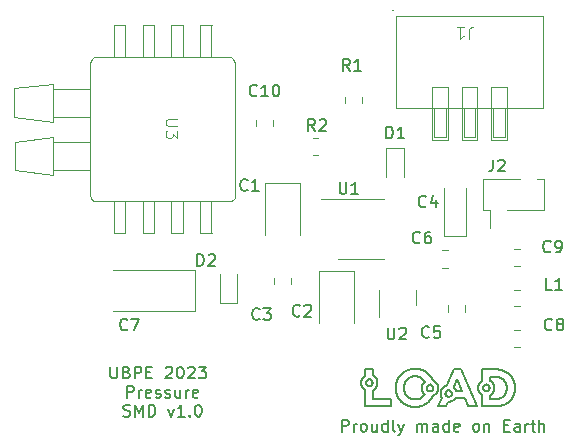
<source format=gbr>
%TF.GenerationSoftware,KiCad,Pcbnew,7.0.9*%
%TF.CreationDate,2023-11-10T13:40:09+01:00*%
%TF.ProjectId,MPX5100DP-SMD-board,4d505835-3130-4304-9450-2d534d442d62,1.1*%
%TF.SameCoordinates,Original*%
%TF.FileFunction,Legend,Top*%
%TF.FilePolarity,Positive*%
%FSLAX46Y46*%
G04 Gerber Fmt 4.6, Leading zero omitted, Abs format (unit mm)*
G04 Created by KiCad (PCBNEW 7.0.9) date 2023-11-10 13:40:09*
%MOMM*%
%LPD*%
G01*
G04 APERTURE LIST*
%ADD10C,0.200004*%
%ADD11C,0.150000*%
%ADD12C,0.100000*%
%ADD13C,0.023367*%
%ADD14C,0.005721*%
%ADD15C,0.003665*%
%ADD16C,0.006269*%
%ADD17C,0.120000*%
%ADD18C,0.050364*%
G04 APERTURE END LIST*
D10*
X94171759Y-52678860D02*
X94171759Y-52669973D01*
X84254647Y-51910583D02*
X84236686Y-51945119D01*
X86902047Y-52409153D02*
X86915331Y-52406043D01*
X91851476Y-52929867D02*
X91839313Y-52935445D01*
X87594147Y-52970587D02*
X87604733Y-52946142D01*
X91863317Y-52434003D02*
X91874816Y-52440710D01*
X88633924Y-53843673D02*
X88675658Y-53837071D01*
X86427037Y-54133389D02*
X86463027Y-54115664D01*
X85353371Y-54261581D02*
X85394553Y-54269031D01*
X86952139Y-51616158D02*
X86927571Y-51588567D01*
X87530682Y-52276069D02*
X87499288Y-52234636D01*
X86093169Y-51775624D02*
X86114215Y-51786168D01*
X84184872Y-53314317D02*
X84200322Y-53350569D01*
X81675590Y-52003578D02*
X81686732Y-51996333D01*
X87113035Y-52917009D02*
X87101536Y-52923716D01*
X91459255Y-52650395D02*
X91461002Y-52636461D01*
X87239686Y-52734970D02*
X87236619Y-52748441D01*
X93466379Y-52789185D02*
X93463989Y-52813752D01*
X92005629Y-52650395D02*
X92006690Y-52664533D01*
X93154057Y-53413756D02*
X93137402Y-53427221D01*
X91998400Y-52609279D02*
X92001467Y-52622750D01*
X85140214Y-51867923D02*
X85158263Y-51854430D01*
X88336299Y-53329980D02*
X88328145Y-53319459D01*
X82381491Y-52647886D02*
X82394510Y-52629405D01*
X86014707Y-53620844D02*
X85992286Y-53628308D01*
X84892526Y-52161273D02*
X84903841Y-52141185D01*
X82082126Y-52342860D02*
X82076625Y-52355195D01*
X87239686Y-52622750D02*
X87242102Y-52636461D01*
X93048272Y-53487901D02*
X93029275Y-53498702D01*
X81710072Y-52485490D02*
X81698232Y-52479339D01*
X94169924Y-52588486D02*
X94167631Y-52548287D01*
X91047415Y-52725091D02*
X91051816Y-52770511D01*
X85618475Y-51689133D02*
X85643757Y-51687625D01*
X92313533Y-52308026D02*
X92287187Y-52268702D01*
X87903600Y-52912769D02*
X87894011Y-52941118D01*
X91613408Y-52427852D02*
X91625572Y-52422274D01*
X86479314Y-53244236D02*
X86463701Y-53268691D01*
X81554858Y-52220156D02*
X81555918Y-52206018D01*
X82040991Y-52411601D02*
X82032359Y-52421706D01*
X92854964Y-51146142D02*
X92813385Y-51140149D01*
X88295164Y-53261239D02*
X88290246Y-53248594D01*
X87953209Y-52805310D02*
X87939177Y-52831225D01*
X91851476Y-52427852D02*
X91863317Y-52434003D01*
X81251268Y-51858484D02*
X81239434Y-51877834D01*
X91998400Y-52748441D02*
X91994698Y-52761654D01*
X92418957Y-52678859D02*
X92417166Y-52628203D01*
X91568160Y-52901999D02*
X91557786Y-52893731D01*
X81290313Y-51803053D02*
X81276721Y-51821080D01*
X88679058Y-53397718D02*
X88667218Y-53403869D01*
X91538283Y-52481964D02*
X91547821Y-52472742D01*
X84170227Y-53277705D02*
X84184872Y-53314317D01*
X87133644Y-53468175D02*
X87151160Y-53435726D01*
X81982622Y-52465388D02*
X81971480Y-52472633D01*
X86321925Y-51931175D02*
X86338622Y-51947007D01*
X89051907Y-52679974D02*
X89036604Y-52663779D01*
X81935977Y-52491068D02*
X81923508Y-52496056D01*
X86600448Y-54037421D02*
X86633173Y-54016026D01*
X84803503Y-52970898D02*
X84797361Y-52947555D01*
X93989472Y-51922573D02*
X93971346Y-51889867D01*
X86321886Y-51176285D02*
X86283817Y-51161879D01*
X85754905Y-53670106D02*
X85729849Y-53671002D01*
X84063929Y-52678860D02*
X84063929Y-52687747D01*
X81787296Y-52509749D02*
X81773776Y-52507299D01*
X84094165Y-53011808D02*
X84102197Y-53050814D01*
X87623160Y-52895836D02*
X87630959Y-52870018D01*
X84474883Y-51595518D02*
X84449523Y-51624527D01*
X86058828Y-53604125D02*
X86036887Y-53612783D01*
X88821372Y-53124397D02*
X88822433Y-53138536D01*
X85435941Y-53634141D02*
X85413287Y-53627057D01*
X93971346Y-53462673D02*
X93989472Y-53429750D01*
X87014559Y-53652324D02*
X87036068Y-53622883D01*
X93891198Y-53588420D02*
X93912381Y-53557874D01*
X89154614Y-52826283D02*
X89143813Y-52806499D01*
X81609067Y-52401081D02*
X81601410Y-52390162D01*
X81319160Y-51768419D02*
X81304464Y-51785495D01*
X81174507Y-52024115D02*
X81167952Y-52046396D01*
X88655055Y-53409447D02*
X88642585Y-53414435D01*
X87232917Y-52596066D02*
X87236619Y-52609279D01*
X91896725Y-52901999D02*
X91885958Y-52909765D01*
X91601568Y-52923716D02*
X91590069Y-52917009D01*
X81686732Y-52472633D02*
X81675590Y-52465388D01*
X87228599Y-52583128D02*
X87232917Y-52596066D01*
X88492854Y-53425678D02*
X88479570Y-53422567D01*
X88429150Y-53403869D02*
X88417310Y-53397718D01*
X86344226Y-53415918D02*
X86327953Y-53431673D01*
X87158796Y-51922380D02*
X87141317Y-51889271D01*
X91490989Y-52811579D02*
X91484923Y-52799572D01*
X88298991Y-52503792D02*
X88271860Y-52515210D01*
X86285141Y-52641107D02*
X86284147Y-52678860D01*
X92039182Y-51745668D02*
X92555383Y-51745668D01*
X86315189Y-54181922D02*
X86353090Y-54166633D01*
X88562312Y-53430975D02*
X88548184Y-53431337D01*
X91613408Y-52929867D02*
X91601568Y-52923716D01*
X88429150Y-52901854D02*
X88441313Y-52896276D01*
X86238095Y-54209577D02*
X86276857Y-54196237D01*
X82418778Y-51877834D02*
X82394510Y-51839561D01*
X92258326Y-53126360D02*
X92273063Y-53107943D01*
X93418888Y-52346508D02*
X93425981Y-52368667D01*
X86712723Y-52583128D02*
X86717641Y-52570483D01*
X91457837Y-52678860D02*
X91458194Y-52664533D01*
X85280451Y-51114138D02*
X85240418Y-51124589D01*
X89080948Y-52713846D02*
X89066693Y-52696668D01*
X87461526Y-53165493D02*
X87479327Y-53146324D01*
X86276758Y-53476212D02*
X86258904Y-53490146D01*
X93186196Y-51976629D02*
X93201681Y-51991435D01*
X87637788Y-52843784D02*
X87643623Y-52817157D01*
X91994698Y-52761654D02*
X91990380Y-52774592D01*
X93608973Y-53884565D02*
X93638108Y-53860874D01*
X91114261Y-52982158D02*
X91134189Y-53020734D01*
X81571168Y-52138751D02*
X81576086Y-52126106D01*
X93470371Y-52653541D02*
X93470638Y-52678860D01*
X92727231Y-53599532D02*
X92703512Y-53602863D01*
X88810440Y-53235656D02*
X88806122Y-53248594D01*
X86844082Y-53845780D02*
X86871627Y-53818538D01*
X93425981Y-52368667D02*
X93432556Y-52391070D01*
X81664824Y-52457622D02*
X81654449Y-52449354D01*
X93385573Y-53104803D02*
X93376167Y-53124986D01*
X86791743Y-51457033D02*
X86762278Y-51432433D01*
X91774252Y-52954126D02*
X91760512Y-52955897D01*
X93721580Y-51567919D02*
X93694412Y-51542221D01*
X86086876Y-51104679D02*
X86046166Y-51096212D01*
X84401033Y-51684219D02*
X84377901Y-51714900D01*
X84158344Y-52125745D02*
X84145350Y-52163112D01*
X94023428Y-51989697D02*
X94006833Y-51955850D01*
X85695205Y-54293428D02*
X85739524Y-54292929D01*
X81228212Y-51897598D02*
X81217617Y-51917763D01*
X93470638Y-52678860D02*
X93470638Y-52687747D01*
X81923508Y-51972909D02*
X81935977Y-51977897D01*
X91479423Y-52787237D02*
X91474505Y-52774592D01*
X91059036Y-52815028D02*
X91068984Y-52858545D01*
X92771348Y-54222521D02*
X92813387Y-54217384D01*
X91718315Y-52400746D02*
X91732443Y-52400383D01*
X92060089Y-53290800D02*
X92080565Y-53279028D01*
X87570337Y-53017952D02*
X87582674Y-52994531D01*
X84861211Y-54078503D02*
X84895735Y-54097523D01*
X86426735Y-52045733D02*
X86443981Y-52068730D01*
X87605720Y-52413926D02*
X87584061Y-52365881D01*
X85602790Y-53666403D02*
X85578075Y-53663645D01*
X84133316Y-52200807D02*
X84122242Y-52238830D01*
X92001467Y-52734970D02*
X91998400Y-52748441D01*
X81910749Y-51968530D02*
X81923508Y-51972909D01*
X82509137Y-52330531D02*
X82511953Y-52306861D01*
X84861241Y-53128679D02*
X84851513Y-53106986D01*
X92679518Y-53605677D02*
X92655248Y-53607976D01*
X91045928Y-52678860D02*
X91047415Y-52725091D01*
X84903841Y-52141185D02*
X84915573Y-52121426D01*
X83684156Y-54234178D02*
X83684156Y-53612051D01*
X82013728Y-52440600D02*
X82003763Y-52449354D01*
X91134189Y-53020734D02*
X91156379Y-53057837D01*
X84817388Y-52333646D02*
X84825132Y-52311072D01*
X88058170Y-52665209D02*
X88038350Y-52686579D01*
X92039182Y-53301875D02*
X92060089Y-53290800D01*
X84377901Y-51714900D02*
X84355511Y-51746135D01*
X87557155Y-53040831D02*
X87570337Y-53017952D01*
X85660185Y-51064790D02*
X85616254Y-51066289D01*
X87443028Y-53183969D02*
X87461526Y-53165493D01*
X87036068Y-53622883D02*
X87056913Y-53592943D01*
X88801204Y-53044485D02*
X88806122Y-53057130D01*
X85729849Y-53671002D02*
X85704553Y-53671301D01*
X84771727Y-52545608D02*
X84774664Y-52521291D01*
X88466541Y-52886909D02*
X88479570Y-52883155D01*
X93366351Y-52219842D02*
X93376167Y-52240061D01*
X85316599Y-51763148D02*
X85338054Y-51753889D01*
X91926601Y-52875756D02*
X91917064Y-52884977D01*
X94164419Y-52508451D02*
X94160291Y-52468980D01*
X84766328Y-51341989D02*
X84734215Y-51364060D01*
X93461071Y-52838005D02*
X93457627Y-52861943D01*
X86956534Y-52956973D02*
X86942591Y-52955897D01*
X87301828Y-52068887D02*
X87255381Y-52045190D01*
X88122689Y-52606387D02*
X88100369Y-52625083D01*
X91663829Y-52409153D02*
X91677112Y-52406043D01*
X93869253Y-53618373D02*
X93891198Y-53588420D01*
X94169924Y-52760460D02*
X94171301Y-52719840D01*
X81722235Y-52491068D02*
X81710072Y-52485490D01*
X88548184Y-53431337D02*
X88534057Y-53430975D01*
X86750622Y-52845458D02*
X86742965Y-52834539D01*
X85390930Y-53619352D02*
X85368872Y-53611024D01*
X89020796Y-52648097D02*
X89004496Y-52632942D01*
X85496481Y-51705674D02*
X85520291Y-51701168D01*
X94134601Y-52314757D02*
X94125885Y-52277122D01*
X87101536Y-52434003D02*
X87113035Y-52440710D01*
X82440595Y-51917763D02*
X82418778Y-51877834D01*
X82165060Y-52841798D02*
X82184469Y-52830292D01*
X88801204Y-53261239D02*
X88795703Y-53273573D01*
X82049145Y-52067885D02*
X82056802Y-52078803D01*
X85009359Y-51207927D02*
X84972695Y-51224898D01*
X94023429Y-53362118D02*
X94039258Y-53327407D01*
X84861089Y-52223511D02*
X84871150Y-52202437D01*
X87124177Y-52447954D02*
X87134944Y-52455720D01*
X87674411Y-54234178D02*
X88362972Y-54234178D01*
X91839313Y-52935445D02*
X91826844Y-52940433D01*
X86245308Y-51148460D02*
X86206361Y-51136030D01*
X81149076Y-52138435D02*
X81146259Y-52162105D01*
X93463989Y-52554694D02*
X93466379Y-52579041D01*
X88219426Y-52541404D02*
X88194182Y-52556119D01*
X85055662Y-51942297D02*
X85071819Y-51926502D01*
X84202968Y-52015825D02*
X84187210Y-52051993D01*
X86251474Y-51872273D02*
X86269635Y-51886335D01*
X93016692Y-51179316D02*
X92976946Y-51169643D01*
X84765051Y-52669972D02*
X84765318Y-52644733D01*
X84424906Y-51654095D02*
X84401033Y-51684219D01*
X86742965Y-52523180D02*
X86750622Y-52512262D01*
X88722841Y-52937990D02*
X88732805Y-52946744D01*
X89002708Y-53674703D02*
X89032178Y-53646696D01*
X88282226Y-53222443D02*
X88279159Y-53208972D01*
X91055079Y-52564831D02*
X91051816Y-52587208D01*
X87272543Y-53304263D02*
X87295844Y-53292101D01*
X82509137Y-52138435D02*
X82501193Y-52091860D01*
X91952481Y-52845458D02*
X91944327Y-52855978D01*
X84810179Y-52356420D02*
X84817388Y-52333646D01*
X86050113Y-51755939D02*
X86071766Y-51765517D01*
X88417310Y-52908005D02*
X88429150Y-52901854D01*
X87212115Y-52811579D02*
X87205501Y-52823240D01*
X82394510Y-51839561D02*
X82367899Y-51803053D01*
X81734705Y-52496056D02*
X81722235Y-52491068D01*
X86330865Y-52931903D02*
X86344618Y-52965075D01*
X87089695Y-52929867D02*
X87077532Y-52935445D01*
X82102294Y-52262948D02*
X82100547Y-52276882D01*
X92039182Y-52055843D02*
X92039182Y-51745668D01*
X86670068Y-51362830D02*
X86638066Y-51341026D01*
X92907161Y-51805864D02*
X92928438Y-51814102D01*
X93055981Y-51189907D02*
X93016692Y-51179316D01*
X92728847Y-54226721D02*
X92771348Y-54222521D01*
X87244909Y-52693186D02*
X87243849Y-52707325D01*
X88716527Y-53827967D02*
X88756451Y-53816441D01*
X91760512Y-52401822D02*
X91774252Y-52403593D01*
X85009392Y-51992371D02*
X85024466Y-51975263D01*
X88295164Y-53044485D02*
X88300665Y-53032150D01*
X86491486Y-52141084D02*
X86505876Y-52166346D01*
X86735821Y-52823240D02*
X86729207Y-52811579D01*
X81897720Y-52504189D02*
X81884436Y-52507299D01*
X88528054Y-53848926D02*
X88534746Y-53849014D01*
X87151160Y-53435726D02*
X87168007Y-53402774D01*
X81634947Y-52037587D02*
X81644484Y-52028365D01*
X91935695Y-52491636D02*
X91944327Y-52501741D01*
X84765318Y-52644733D02*
X84766119Y-52619676D01*
X87427913Y-52159552D02*
X87388257Y-52126235D01*
X85843904Y-51697542D02*
X85867818Y-51701558D01*
X93352424Y-54048948D02*
X93386766Y-54030860D01*
X92313533Y-53049691D02*
X92325723Y-53029326D01*
X91907099Y-52463988D02*
X91917064Y-52472742D01*
X85553651Y-53660271D02*
X85529520Y-53656281D01*
X85325656Y-53592498D02*
X85304417Y-53582395D01*
X91896725Y-52455720D02*
X91907099Y-52463988D01*
X94134601Y-53034839D02*
X94142400Y-52996701D01*
X85795329Y-51691362D02*
X85819741Y-51694143D01*
X91367275Y-52089320D02*
X91331844Y-52113470D01*
X87945488Y-53486911D02*
X87957280Y-53507941D01*
X86046166Y-51096212D02*
X86005015Y-51088737D01*
X87885606Y-52970001D02*
X87878414Y-52999390D01*
X85234309Y-51805081D02*
X85254292Y-51793901D01*
X81555918Y-52262948D02*
X81554858Y-52248810D01*
X87897406Y-53375376D02*
X87905518Y-53398481D01*
X94171759Y-52669973D02*
X94171301Y-52629049D01*
X86815892Y-53872293D02*
X86844082Y-53845780D01*
X93823075Y-53676500D02*
X93846545Y-53647732D01*
X86796004Y-52463988D02*
X86806378Y-52455720D01*
X81563148Y-52164902D02*
X81566850Y-52151689D01*
X92976946Y-51169643D02*
X92936744Y-51160890D01*
X84893127Y-53191589D02*
X84882048Y-53170979D01*
X85013003Y-53361196D02*
X84997895Y-53343742D01*
X84216543Y-53386224D02*
X84233534Y-53421282D01*
X86101916Y-53585082D02*
X86080530Y-53594869D01*
X85283534Y-53571860D02*
X85263006Y-53560893D01*
X81304464Y-51785495D02*
X81290313Y-51803053D01*
X81554500Y-52234483D02*
X81554858Y-52220156D01*
X86732176Y-51408533D02*
X86701439Y-51385332D01*
X85028555Y-53378309D02*
X85013003Y-53361196D01*
X86353090Y-54166633D02*
X86390392Y-54150379D01*
X85403131Y-51088737D02*
X85361807Y-51096212D01*
X94039258Y-53327407D02*
X94054321Y-53292100D01*
X86717641Y-52570483D02*
X86723142Y-52558148D01*
X88520114Y-53429899D02*
X88506374Y-53428128D01*
X85867818Y-51701558D02*
X85891482Y-51706193D01*
X86078749Y-54253146D02*
X86119229Y-54243725D01*
X88783024Y-53008481D02*
X88789638Y-53020143D01*
X91367275Y-54234178D02*
X92554215Y-54234178D01*
X84791754Y-52924035D02*
X84786680Y-52900337D01*
X86902292Y-51561526D02*
X86876301Y-51535033D01*
X84373832Y-53650033D02*
X84396901Y-53680337D01*
X87340847Y-53265206D02*
X87362505Y-53250515D01*
X85748808Y-51064790D02*
X85704553Y-51064290D01*
X86701439Y-51385332D02*
X86670068Y-51362830D01*
X93376167Y-53124986D02*
X93366351Y-53144820D01*
X87228599Y-52774592D02*
X87223681Y-52787237D01*
X86969556Y-53709712D02*
X86992388Y-53681266D01*
X93798842Y-51648831D02*
X93773849Y-51621285D01*
X91650799Y-52944812D02*
X91638041Y-52940433D01*
X91529189Y-52866083D02*
X91520557Y-52855978D01*
X93085095Y-53464961D02*
X93066879Y-53476653D01*
X91994698Y-52596066D02*
X91998400Y-52609279D01*
X86712723Y-52774592D02*
X86708405Y-52761654D01*
X88344931Y-53340085D02*
X88336299Y-53329980D01*
X84966704Y-54133470D02*
X85003151Y-54150399D01*
X81897720Y-51964776D02*
X81910749Y-51968530D01*
X84817388Y-53017051D02*
X84810179Y-52994063D01*
X86375895Y-52330930D02*
X86359156Y-52362133D01*
X84172297Y-52088706D02*
X84158344Y-52125745D01*
X87164821Y-52875756D02*
X87155283Y-52884977D01*
X86360104Y-53399710D02*
X86344226Y-53415918D01*
X87021580Y-51702232D02*
X86999143Y-51672990D01*
X86729207Y-52546141D02*
X86735821Y-52534479D01*
X89132404Y-52787115D02*
X89120400Y-52768143D01*
X85960975Y-51723805D02*
X85983637Y-51730912D01*
X87248737Y-53315540D02*
X87272543Y-53304263D01*
X91461002Y-52721259D02*
X91459255Y-52707325D01*
X87496411Y-53126483D02*
X87512758Y-53105992D01*
X93485902Y-53972367D02*
X93517647Y-53951464D01*
X92100597Y-53266573D02*
X92120168Y-53253452D01*
X92407958Y-52803623D02*
X92411876Y-52779191D01*
X93394570Y-52281601D02*
X93403156Y-52302917D01*
X87141317Y-51889271D02*
X87123131Y-51856716D01*
X84771727Y-52803736D02*
X84769323Y-52779131D01*
X91068984Y-52499174D02*
X91063675Y-52520802D01*
X89699483Y-52930673D02*
X89199056Y-52930673D01*
X84143771Y-53203444D02*
X84156527Y-53240747D01*
X91547821Y-52884977D02*
X91538283Y-52875756D01*
X86240655Y-53503623D02*
X86222013Y-53516642D01*
X81239434Y-51877834D02*
X81228212Y-51897598D01*
X85094285Y-53442479D02*
X85077319Y-53427109D01*
X85200814Y-51136030D02*
X85161637Y-51148460D01*
X93094816Y-54155082D02*
X93133195Y-54142403D01*
X81982622Y-52003578D02*
X81993389Y-52011343D01*
X82483705Y-52444851D02*
X82490260Y-52422570D01*
X92813387Y-54217384D02*
X92854966Y-54211309D01*
X92193543Y-52163104D02*
X92157868Y-52132446D01*
X85704553Y-51064290D02*
X85660185Y-51064790D01*
X88775880Y-52997182D02*
X88783024Y-53008481D01*
X86817145Y-52909765D02*
X86806378Y-52901999D01*
X84915573Y-52121426D02*
X84927723Y-52101996D01*
X87346174Y-52095958D02*
X87301828Y-52068887D01*
X81383129Y-51705208D02*
X81366386Y-51720219D01*
X89199056Y-52930673D02*
X89191486Y-52909113D01*
X84791754Y-52425920D02*
X84797361Y-52402558D01*
X86942591Y-52401822D02*
X86956534Y-52400746D01*
X92391291Y-52875107D02*
X92397649Y-52851596D01*
X82257863Y-52778220D02*
X82275084Y-52763758D01*
X87077094Y-53562503D02*
X87096610Y-53531562D01*
X89191486Y-52909113D02*
X89183244Y-52887879D01*
X81747463Y-52500435D02*
X81734705Y-52496056D01*
X82063946Y-52090102D02*
X82070560Y-52101764D01*
X81857176Y-52511520D02*
X81843234Y-52512596D01*
X87864407Y-53090286D02*
X87862359Y-53121396D01*
X86375584Y-53383049D02*
X86360104Y-53399710D01*
X81436172Y-51663528D02*
X81418035Y-51676849D01*
X91935695Y-52866083D02*
X91926601Y-52875756D01*
X84833410Y-53062504D02*
X84825132Y-53039865D01*
X91235600Y-53159370D02*
X91265914Y-53189639D01*
X87065063Y-52940433D02*
X87052305Y-52944812D01*
X85272355Y-54243725D02*
X85312638Y-54253146D01*
X93216775Y-53355496D02*
X93201681Y-53370719D01*
X91926601Y-52481964D02*
X91935695Y-52491636D01*
X88869751Y-53768138D02*
X88905092Y-53747729D01*
X81366386Y-51720219D02*
X81350134Y-51735767D01*
X85165712Y-53499512D02*
X85147321Y-53485919D01*
X92417166Y-52628203D02*
X92411876Y-52578527D01*
X93403156Y-52302917D02*
X93411280Y-52324591D01*
X84698164Y-53972906D02*
X84729500Y-53995428D01*
X92139264Y-53239680D02*
X92157868Y-53225272D01*
X85963421Y-51082256D02*
X85921385Y-51076770D01*
X84994736Y-52009813D02*
X85009392Y-51992371D01*
X86776501Y-52875756D02*
X86767408Y-52866083D01*
X88194182Y-52556119D02*
X88169625Y-52571875D01*
X87243849Y-52650395D02*
X87244909Y-52664533D01*
X88326692Y-52493532D02*
X88298991Y-52503792D01*
X87224447Y-53325910D02*
X87248737Y-53315540D01*
X82501193Y-52091860D02*
X82490260Y-52046396D01*
X86006048Y-51738636D02*
X86028206Y-51746979D01*
X92655248Y-51749987D02*
X92679518Y-51752411D01*
X88290246Y-53057130D02*
X88295164Y-53044485D01*
X86839786Y-52434003D02*
X86851627Y-52427852D01*
X81157019Y-52091860D02*
X81152667Y-52115015D01*
X92411876Y-52779191D02*
X92414951Y-52754483D01*
X93444150Y-52931882D02*
X93438613Y-52954572D01*
X84445288Y-53739169D02*
X84470600Y-53767697D01*
X84766119Y-52729366D02*
X84765318Y-52704206D01*
X86533044Y-54078010D02*
X86567072Y-54058082D01*
X81581587Y-52355195D02*
X81576086Y-52342860D01*
X86758776Y-52501741D02*
X86767408Y-52491636D01*
X84955251Y-53289310D02*
X84941930Y-53270471D01*
X87242102Y-52721259D02*
X87239686Y-52734970D01*
X94081846Y-52130285D02*
X94068542Y-52094507D01*
X85223021Y-53537653D02*
X85203562Y-53525378D01*
X92376240Y-52436621D02*
X92358182Y-52392111D01*
X87295844Y-53292101D02*
X87318619Y-53279075D01*
X87101536Y-52923716D02*
X87089695Y-52929867D01*
X81829106Y-51956007D02*
X81843234Y-51956369D01*
X88589994Y-53428128D02*
X88576254Y-53429899D01*
X87115460Y-53500120D02*
X87133644Y-53468175D01*
X84941930Y-53270471D02*
X84929057Y-53251281D01*
X88616798Y-53422567D02*
X88603514Y-53425678D01*
X87512758Y-53105992D02*
X87528344Y-53084872D01*
X91474505Y-52583128D02*
X91479423Y-52570483D01*
X92642459Y-54232316D02*
X92685885Y-54229985D01*
X84766119Y-52619676D02*
X84767454Y-52594802D01*
X86283817Y-51161879D02*
X86245308Y-51148460D01*
X87914343Y-52884983D02*
X87903600Y-52912769D01*
X92896083Y-51153056D02*
X92854964Y-51146142D01*
X87065063Y-52417286D02*
X87077532Y-52422274D01*
X81971480Y-51996333D02*
X81982622Y-52003578D01*
X88690558Y-53391011D02*
X88679058Y-53397718D01*
X81617221Y-52411601D02*
X81609067Y-52401081D01*
X84583501Y-51485452D02*
X84555338Y-51511946D01*
X88506374Y-53428128D02*
X88492854Y-53425678D01*
X81698232Y-52479339D02*
X81686732Y-52472633D01*
X87124177Y-52909765D02*
X87113035Y-52917009D01*
X81654449Y-52019611D02*
X81664824Y-52011343D01*
X86851627Y-52929867D02*
X86839786Y-52923716D01*
X86871627Y-53818538D02*
X86897097Y-53792073D01*
X87648616Y-52568613D02*
X87638161Y-52515460D01*
X89107814Y-52749597D02*
X89094659Y-52731494D01*
X81142592Y-52234483D02*
X81144231Y-52282954D01*
X82056802Y-52078803D02*
X82063946Y-52090102D01*
X82070560Y-52367202D02*
X82063946Y-52378863D01*
X93120356Y-51921653D02*
X93137402Y-51934759D01*
X85835984Y-51068786D02*
X85792618Y-51066289D01*
X91985462Y-52570483D02*
X91990380Y-52583128D01*
X92969944Y-53528420D02*
X92949386Y-53537428D01*
X84075988Y-52473882D02*
X84071648Y-52514213D01*
X81814979Y-51956369D02*
X81829106Y-51956007D01*
X88629827Y-53418814D02*
X88616798Y-53422567D01*
X81617221Y-52057364D02*
X81625853Y-52047259D01*
X85983637Y-51730912D02*
X86006048Y-51738636D01*
X84953275Y-52064129D02*
X84966678Y-52045692D01*
X93773849Y-51621285D02*
X93748095Y-51594314D01*
X88655055Y-52896276D02*
X88667218Y-52901854D01*
X82032359Y-52421706D02*
X82023266Y-52431379D01*
X93517647Y-51402884D02*
X93485901Y-51382132D01*
X86232950Y-51858652D02*
X86251474Y-51872273D01*
X93932800Y-53526735D02*
X93952455Y-53495001D01*
X84102197Y-53050814D02*
X84111173Y-53089482D01*
X87123131Y-51856716D02*
X87104237Y-51824714D01*
X92242989Y-53144252D02*
X92258326Y-53126360D01*
X93666588Y-53836491D02*
X93694413Y-53811417D01*
X85242835Y-53549491D02*
X85223021Y-53537653D01*
X93952455Y-51857732D02*
X93932799Y-51826170D01*
X82095064Y-52304064D02*
X82091362Y-52317277D01*
X88751437Y-52965638D02*
X88760069Y-52975743D01*
X82103712Y-52234483D02*
X82103354Y-52248810D01*
X84983234Y-53325944D02*
X84969019Y-53307801D01*
X88712466Y-53376001D02*
X88701700Y-53383767D01*
X88742343Y-53349757D02*
X88732805Y-53358979D01*
X82087044Y-52330215D02*
X82082126Y-52342860D01*
X91990380Y-52774592D02*
X91985462Y-52787237D01*
X88822433Y-53167188D02*
X88821372Y-53181327D01*
X85529520Y-53656281D02*
X85505683Y-53651674D01*
X81239434Y-52591132D02*
X81263702Y-52629405D01*
X89004497Y-52632942D02*
X89291664Y-51921938D01*
X84803503Y-52379391D02*
X84810179Y-52356420D01*
X88290246Y-53248594D02*
X88285928Y-53235656D01*
X92819367Y-51778146D02*
X92841720Y-51784288D01*
X81773776Y-52507299D02*
X81760492Y-52504189D01*
X82076625Y-52113771D02*
X82082126Y-52126106D01*
X81884436Y-51961666D02*
X81897720Y-51964776D01*
X87198357Y-52523180D02*
X87205501Y-52534479D01*
X85921385Y-51076770D02*
X85878906Y-51072280D01*
X91474505Y-52774592D02*
X91470186Y-52761654D01*
X88589994Y-52877595D02*
X88603514Y-52880045D01*
X92819367Y-53580999D02*
X92796742Y-53586417D01*
X94164419Y-52840627D02*
X94167631Y-52800722D01*
X81884436Y-52507299D02*
X81870916Y-52509749D01*
X87173914Y-52491636D02*
X87182546Y-52501741D01*
X84102976Y-52315862D02*
X84094786Y-52354872D01*
X88789638Y-53285580D02*
X88783024Y-53297242D01*
X91046302Y-52655649D02*
X91045928Y-52678860D01*
X87175569Y-51956043D02*
X87158796Y-51922380D01*
X93281800Y-54082996D02*
X93317435Y-54066327D01*
X85529702Y-51072280D02*
X85487078Y-51076770D01*
X86897097Y-53792073D02*
X86921909Y-53765114D01*
X86390190Y-52001376D02*
X86408801Y-52023283D01*
X86269635Y-51886335D02*
X86287430Y-51900840D01*
X91568160Y-52455720D02*
X91578927Y-52447954D01*
X87872971Y-53279452D02*
X87877845Y-53303927D01*
X85954741Y-54275494D02*
X85996505Y-54269031D01*
X84200322Y-53350569D02*
X84216543Y-53386224D01*
X85359803Y-51745221D02*
X85381847Y-51737145D01*
X91907099Y-52893731D02*
X91896725Y-52901999D01*
X85232525Y-54233323D02*
X85272355Y-54243725D01*
X86572174Y-51299511D02*
X86538287Y-51279799D01*
X85312638Y-54253146D02*
X85353371Y-54261581D01*
X93469572Y-52739101D02*
X93468241Y-52764301D01*
X91059036Y-52542692D02*
X91055079Y-52564831D01*
X86699220Y-52721259D02*
X86697473Y-52707325D01*
X84767454Y-52754341D02*
X84766119Y-52729366D01*
X84969019Y-53307801D02*
X84955251Y-53289310D01*
X91944327Y-52501741D02*
X91952481Y-52512262D01*
X86327953Y-53431673D02*
X86311283Y-53446975D01*
X91973895Y-52811579D02*
X91967282Y-52823240D01*
X88817209Y-53096752D02*
X88819625Y-53110463D01*
X93085095Y-51896719D02*
X93102921Y-51908973D01*
X81609067Y-52067885D02*
X81617221Y-52057364D01*
X87084636Y-51793266D02*
X87064326Y-51762369D01*
X92990111Y-51841867D02*
X93009888Y-51851981D01*
X87969759Y-53528508D02*
X87674411Y-54234178D01*
X88833144Y-53786446D02*
X88869751Y-53768138D01*
X84068272Y-52554877D02*
X84065860Y-52595872D01*
X91466485Y-52748441D02*
X91463418Y-52734970D01*
X86828287Y-52917009D02*
X86817145Y-52909765D01*
X86415278Y-53088255D02*
X86436598Y-53116415D01*
X86928851Y-52954126D02*
X86915331Y-52951676D01*
X82440595Y-52551203D02*
X82450550Y-52530652D01*
X87362505Y-53250515D02*
X87383574Y-53235025D01*
X84842236Y-53084928D02*
X84833410Y-53062504D01*
X86776501Y-52481964D02*
X86786039Y-52472742D01*
X84980498Y-52027586D02*
X84994736Y-52009813D01*
X93317434Y-51288934D02*
X93281799Y-51272404D01*
X82394510Y-52629405D02*
X82406944Y-52610482D01*
X82367899Y-51803053D02*
X82339052Y-51768419D01*
X92703512Y-51755370D02*
X92727231Y-51758863D01*
X84420720Y-53710049D02*
X84445288Y-53739169D01*
X87155283Y-52472742D02*
X87164821Y-52481964D01*
X85650943Y-54292929D02*
X85695205Y-54293428D01*
X81971480Y-52472633D02*
X81959980Y-52479339D01*
X93517647Y-53951464D02*
X93548742Y-53929861D01*
X81948140Y-51983475D02*
X81959980Y-51989626D01*
X84904655Y-53211841D02*
X84893127Y-53191589D01*
X81910749Y-52500435D02*
X81897720Y-52504189D01*
X82076625Y-52355195D02*
X82070560Y-52367202D01*
X92227070Y-52196116D02*
X92193543Y-52163104D01*
X86851627Y-52427852D02*
X86863790Y-52422274D01*
X93721581Y-53785654D02*
X93748096Y-53759252D01*
X86354950Y-51963283D02*
X86370910Y-51980003D01*
X91885958Y-52447954D02*
X91896725Y-52455720D01*
X81948140Y-52485490D02*
X81935977Y-52491068D01*
X84292779Y-51843154D02*
X84273344Y-51876595D01*
X92727231Y-51758863D02*
X92750675Y-51762888D01*
X85193150Y-54221939D02*
X85232525Y-54233323D01*
X84121094Y-53127811D02*
X84131960Y-53165798D01*
X91704373Y-52401822D02*
X91718315Y-52400746D01*
X93579184Y-53907561D02*
X93608973Y-53884565D01*
X93231471Y-53339877D02*
X93216775Y-53355496D01*
X87404031Y-53218756D02*
X87423857Y-53201731D01*
X81207662Y-51938314D02*
X81198359Y-51959239D01*
X86762278Y-51432433D02*
X86732176Y-51408533D01*
X87218180Y-52799572D02*
X87212115Y-52811579D01*
X91801056Y-52409153D02*
X91814086Y-52412907D01*
X84997895Y-53343742D02*
X84983234Y-53325944D01*
X86750622Y-52512262D02*
X86758776Y-52501741D01*
X81319160Y-52700547D02*
X81350134Y-52733199D01*
X82100547Y-52192084D02*
X82102294Y-52206018D01*
X92391291Y-52482611D02*
X92376240Y-52436621D01*
X87182546Y-52855978D02*
X87173914Y-52866083D01*
X81870916Y-52509749D02*
X81857176Y-52511520D01*
X86889017Y-52412907D02*
X86902047Y-52409153D01*
X84555338Y-51511946D02*
X84527838Y-51539182D01*
X93638108Y-53860874D02*
X93666588Y-53836491D01*
X92773845Y-51767445D02*
X92796742Y-51772531D01*
X91207178Y-52230470D02*
X91180740Y-52264345D01*
X93317435Y-54066327D02*
X93352424Y-54048948D01*
X87052305Y-52944812D02*
X87039275Y-52948566D01*
X86998731Y-52401822D02*
X87012471Y-52403593D01*
X82087044Y-52138751D02*
X82091362Y-52151689D01*
X91114261Y-52375562D02*
X91105175Y-52395372D01*
X93356126Y-52199992D02*
X93366351Y-52219842D01*
X82023266Y-52037587D02*
X82032359Y-52047259D01*
X92750675Y-53595682D02*
X92727231Y-53599532D01*
X82013728Y-52028365D02*
X82023266Y-52037587D01*
X85129287Y-53471883D02*
X85111608Y-53457404D01*
X91863317Y-52923716D02*
X91851476Y-52929867D01*
X91458194Y-52664533D02*
X91459255Y-52650395D01*
X86376922Y-53028670D02*
X86395369Y-53058990D01*
X88591406Y-53847694D02*
X88633924Y-53843673D01*
X82100547Y-52276882D02*
X82098131Y-52290593D01*
X93311144Y-52124333D02*
X93323001Y-52142682D01*
X91051816Y-52587208D02*
X91049257Y-52609812D01*
X88285928Y-53070068D02*
X88290246Y-53057130D01*
X85394553Y-54269031D02*
X85436182Y-54275494D01*
X86942591Y-52955897D02*
X86928851Y-52954126D01*
X91180740Y-52264345D02*
X91156379Y-52299882D01*
X87012471Y-52954126D02*
X86998731Y-52955897D01*
X81601410Y-52078803D02*
X81609067Y-52067885D01*
X85361807Y-51096212D02*
X85320913Y-51104679D01*
X92403210Y-52529954D02*
X92391291Y-52482611D01*
X86175204Y-51820431D02*
X86194814Y-51832731D01*
X92003882Y-52636461D02*
X92005629Y-52650395D01*
X86638066Y-51341026D02*
X86605434Y-51319920D01*
X84895735Y-54097523D02*
X84930899Y-54115845D01*
X85404185Y-51729662D02*
X85426817Y-51722772D01*
X82450550Y-52530652D02*
X82459853Y-52509727D01*
X93170322Y-53399850D02*
X93154057Y-53413756D01*
X84075740Y-52892775D02*
X84080937Y-52932787D01*
X84851445Y-52244912D02*
X84861089Y-52223511D01*
X86498362Y-54097204D02*
X86533044Y-54078010D01*
X86767408Y-52866083D02*
X86758776Y-52855978D01*
X84794080Y-54038366D02*
X84827326Y-54058784D01*
X91917064Y-52472742D02*
X91926601Y-52481964D01*
X93694412Y-51542221D02*
X93666587Y-51517231D01*
X91944327Y-52855978D02*
X91935695Y-52866083D01*
X91973895Y-52546141D02*
X91979961Y-52558148D01*
X93432556Y-52976952D02*
X93425981Y-52999024D01*
X82240177Y-51676849D02*
X82203467Y-51650799D01*
X88412927Y-52470003D02*
X88383689Y-52476608D01*
X81760492Y-51964776D02*
X81773776Y-51961666D01*
X84087079Y-52972465D02*
X84094165Y-53011808D01*
X84081291Y-52433881D02*
X84075988Y-52473882D01*
X93449165Y-52908881D02*
X93444150Y-52931882D01*
X84641811Y-51434683D02*
X84612326Y-51459698D01*
X85122888Y-51161879D02*
X85084565Y-51176285D01*
X88441313Y-53409447D02*
X88429150Y-53403869D01*
X93216775Y-52006666D02*
X93231471Y-52022305D01*
X84734215Y-51364060D02*
X84702757Y-51386866D01*
X92006690Y-52664533D02*
X92007047Y-52678860D01*
X93016693Y-54177600D02*
X93055982Y-54166814D01*
X92227070Y-53161601D02*
X92242989Y-53144252D01*
X86338622Y-51947007D02*
X86354950Y-51963283D01*
X91746570Y-52956973D02*
X91732443Y-52957335D01*
X86036887Y-53612783D02*
X86014707Y-53620844D01*
X82490260Y-52046396D02*
X82476444Y-52002153D01*
X85044454Y-53395025D02*
X85028555Y-53378309D01*
X81870916Y-51959216D02*
X81884436Y-51961666D01*
X88534746Y-53849014D02*
X88548185Y-53849051D01*
X86183549Y-53541301D02*
X86163728Y-53552940D01*
X92580768Y-51745939D02*
X92605874Y-51746750D01*
X84355511Y-51746135D02*
X84333861Y-51777923D01*
X82476444Y-52466813D02*
X82483705Y-52444851D01*
X85254292Y-51793901D02*
X85274667Y-51783185D01*
X93245764Y-52038339D02*
X93259651Y-52054763D01*
X81157019Y-52377106D02*
X81167952Y-52422570D01*
X87039275Y-52948566D02*
X87025991Y-52951676D01*
X87205501Y-52534479D02*
X87212115Y-52546141D01*
X87383574Y-53235025D02*
X87404031Y-53218756D01*
X91826844Y-52417286D02*
X91839313Y-52422274D01*
X91663829Y-52948566D02*
X91650799Y-52944812D01*
X84871419Y-53150009D02*
X84861241Y-53128679D01*
X84329954Y-53587646D02*
X84351516Y-53619136D01*
X86294218Y-53461821D02*
X86276758Y-53476212D01*
X93846545Y-53647732D02*
X93869253Y-53618373D01*
X87255381Y-52045190D02*
X87206997Y-52025033D01*
X91265914Y-52168080D02*
X91235600Y-52198350D01*
X92005629Y-52707325D02*
X92003882Y-52721259D01*
X82515209Y-52258823D02*
X82515621Y-52234483D01*
X91068984Y-52858545D02*
X91081565Y-52900969D01*
X88701700Y-52921957D02*
X88712466Y-52929722D01*
X91207178Y-53127250D02*
X91235600Y-53159370D01*
X86459276Y-53143418D02*
X86483263Y-53169211D01*
X92367579Y-52943544D02*
X92376240Y-52921096D01*
X85147321Y-53485919D02*
X85129287Y-53471883D01*
X92210583Y-53178394D02*
X92227070Y-53161601D01*
X85295435Y-51772934D02*
X85316599Y-51763148D01*
X93334451Y-53202229D02*
X93323001Y-53220665D01*
X84145350Y-52163112D02*
X84133316Y-52200807D01*
X84449523Y-51624527D02*
X84424906Y-51654095D01*
X91265914Y-53189639D02*
X91298026Y-53217964D01*
X94006833Y-53396232D02*
X94023429Y-53362118D01*
X82291826Y-52748747D02*
X82308078Y-52733199D01*
X86394536Y-53361233D02*
X86375584Y-53383049D01*
X85040241Y-54166633D02*
X85077775Y-54181922D01*
X94167631Y-52548287D02*
X94164419Y-52508451D01*
X84966678Y-52045692D02*
X84980498Y-52027586D01*
X88732805Y-53358979D02*
X88722841Y-53367733D01*
X81644484Y-52440600D02*
X81634947Y-52431379D01*
X92885617Y-53561583D02*
X92863803Y-53568584D01*
X85745761Y-51687654D02*
X85770669Y-51689199D01*
X81923508Y-52496056D02*
X81910749Y-52500435D01*
X92403210Y-52827763D02*
X92407958Y-52803623D01*
X92411876Y-52578527D02*
X92403210Y-52529954D01*
X87077532Y-52422274D02*
X87089695Y-52427852D01*
X91134189Y-52336986D02*
X91114261Y-52375562D01*
X85426817Y-51722772D02*
X85449744Y-51716477D01*
X88768223Y-52986264D02*
X88775880Y-52997182D01*
X87145318Y-52463988D02*
X87155283Y-52472742D01*
X88819625Y-53110463D02*
X88821372Y-53124397D01*
X84071648Y-52514213D02*
X84068272Y-52554877D01*
X88548184Y-52874386D02*
X88562312Y-52874748D01*
X88905092Y-53747729D02*
X88939085Y-53725300D01*
X85478254Y-54280966D02*
X85520769Y-54285448D01*
X94068542Y-53256379D02*
X94081846Y-53220317D01*
X88300665Y-53032150D02*
X88306730Y-53020143D01*
X86696672Y-53971041D02*
X86727448Y-53947450D01*
X86915331Y-52951676D02*
X86902047Y-52948566D01*
X89940494Y-53552800D02*
X90220650Y-54234178D01*
X87182546Y-52501741D02*
X87190700Y-52512262D01*
X81189724Y-51980523D02*
X81181769Y-52002153D01*
X92418506Y-52704301D02*
X92418957Y-52678859D01*
X86370910Y-51980003D02*
X86390190Y-52001376D01*
X93286210Y-52088778D02*
X93298880Y-52106364D01*
X84702757Y-51386866D02*
X84671955Y-51410406D01*
X93548741Y-51424342D02*
X93517647Y-51402884D01*
X93376167Y-52240061D02*
X93385573Y-52260649D01*
X86127145Y-51114138D02*
X86086876Y-51104679D01*
X85039878Y-51958551D02*
X85055662Y-51942297D01*
X93748096Y-53759252D02*
X93773850Y-53732259D01*
X91985462Y-52787237D02*
X91979961Y-52799572D01*
X86434862Y-52243473D02*
X86413799Y-52271547D01*
X93048272Y-51873494D02*
X93066879Y-51884893D01*
X85084565Y-51176285D02*
X85046667Y-51191679D01*
X86876259Y-52417286D02*
X86889017Y-52412907D01*
X86395369Y-53058990D02*
X86415278Y-53088255D01*
X86970661Y-52400383D02*
X86984788Y-52400746D01*
X91331844Y-53244249D02*
X91367275Y-53268399D01*
X82203467Y-52818167D02*
X82222041Y-52805438D01*
X91578927Y-52447954D02*
X91590069Y-52440710D01*
X93323001Y-53220665D02*
X93311144Y-53238751D01*
X92969944Y-51832182D02*
X92990111Y-51841867D01*
X88001414Y-52731785D02*
X87984357Y-52755561D01*
X84550994Y-53849734D02*
X84579163Y-53875780D01*
X85996505Y-54269031D02*
X86037841Y-54261581D01*
X86166973Y-51124589D02*
X86127145Y-51114138D01*
X86723142Y-52558148D02*
X86729207Y-52546141D01*
X84500988Y-51567069D02*
X84474883Y-51595518D01*
X87926212Y-52857792D02*
X87914343Y-52884983D01*
X94039258Y-52024115D02*
X94023428Y-51989697D01*
X92397649Y-52851596D02*
X92403210Y-52827763D01*
X86480952Y-52190819D02*
X86457263Y-52216546D01*
X88383689Y-52476608D02*
X88354935Y-52484461D01*
X86159280Y-54233323D02*
X86198902Y-54221939D01*
X86697473Y-52650395D02*
X86699220Y-52636461D01*
X81418035Y-52792117D02*
X81454746Y-52818167D01*
X86318778Y-52897883D02*
X86330865Y-52931903D01*
X87113035Y-52440710D02*
X87124177Y-52447954D01*
X89036604Y-52663779D02*
X89020796Y-52648097D01*
X86946062Y-53737661D02*
X86969556Y-53709712D01*
X86889017Y-52944812D02*
X86876259Y-52940433D01*
X88362972Y-54234178D02*
X88521308Y-53848755D01*
X88441313Y-52896276D02*
X88453783Y-52891288D01*
X87190700Y-52512262D02*
X87198357Y-52523180D01*
X82490260Y-52422570D02*
X82496094Y-52399984D01*
X82511953Y-52306861D02*
X82513982Y-52282954D01*
X91826844Y-52940433D02*
X91814086Y-52944812D01*
X88394668Y-53383767D02*
X88383901Y-53376001D01*
X93298880Y-52106364D02*
X93311144Y-52124333D01*
X85077319Y-53427109D02*
X85060708Y-53411291D01*
X88279159Y-53096752D02*
X88282226Y-53083281D01*
X86258904Y-53490146D02*
X86240655Y-53503623D01*
X86992388Y-53681266D02*
X87014559Y-53652324D01*
X85891482Y-51706193D02*
X85914897Y-51711446D01*
X85779721Y-53668614D02*
X85754905Y-53670106D01*
X92854966Y-54211309D02*
X92896085Y-54204294D01*
X82468488Y-52488443D02*
X82476444Y-52466813D01*
X86288132Y-52754363D02*
X86293036Y-52791256D01*
X84767454Y-52594802D02*
X84769323Y-52570112D01*
X86567072Y-54058082D02*
X86600448Y-54037421D01*
X81959980Y-51989626D02*
X81971480Y-51996333D01*
X86863790Y-52422274D02*
X86876259Y-52417286D01*
X89032178Y-53646696D02*
X89059978Y-53616989D01*
X88822433Y-53138536D02*
X88822790Y-53152862D01*
X86308153Y-52495798D02*
X86299648Y-52531165D01*
X91917064Y-52884977D02*
X91907099Y-52893731D01*
X92006690Y-52693186D02*
X92005629Y-52707325D01*
X88354935Y-52484461D02*
X88326692Y-52493532D01*
X81594266Y-52378863D02*
X81587652Y-52367202D01*
X87243849Y-52707325D02*
X87242102Y-52721259D01*
X89066693Y-52696668D02*
X89051907Y-52679974D01*
X91638041Y-52940433D02*
X91625572Y-52935445D01*
X86311283Y-53446975D02*
X86294218Y-53461821D01*
X87199693Y-53335352D02*
X87224447Y-53325910D01*
X92642458Y-51125388D02*
X92598568Y-51124003D01*
X82339052Y-51768419D02*
X82308078Y-51735767D01*
X86143515Y-53564117D02*
X86122911Y-53574831D01*
X84233534Y-53421282D02*
X84251292Y-53455745D01*
X91520557Y-52501741D02*
X91529189Y-52491636D01*
X81418035Y-51676849D02*
X81400350Y-51690746D01*
X91504746Y-52523180D02*
X91512404Y-52512262D01*
X93468241Y-52764301D02*
X93466379Y-52789185D01*
X93385573Y-52260649D02*
X93394570Y-52281601D01*
X81654449Y-52449354D02*
X81644484Y-52440600D01*
X91538283Y-52875756D02*
X91529189Y-52866083D01*
X91801056Y-52948566D02*
X91787773Y-52951676D01*
X91690633Y-52403593D02*
X91704373Y-52401822D01*
X86037841Y-54261581D02*
X86078749Y-54253146D01*
X93438613Y-52413716D02*
X93444150Y-52436605D01*
X92120168Y-53253452D02*
X92139264Y-53239680D01*
X87865787Y-53229611D02*
X87868946Y-53254675D01*
X88363562Y-53358979D02*
X88354025Y-53349757D01*
X81566850Y-52151689D02*
X81571168Y-52138751D01*
X86080530Y-53594869D02*
X86058828Y-53604125D01*
X86757576Y-53923129D02*
X86787057Y-53898076D01*
X93311144Y-53238751D02*
X93298880Y-53256486D01*
X86071766Y-51765517D02*
X86093169Y-51775624D01*
X93120356Y-53440244D02*
X93102921Y-53452824D01*
X81993389Y-52457622D02*
X81982622Y-52465388D01*
X81747463Y-51968530D02*
X81760492Y-51964776D01*
X91367275Y-53268399D02*
X91367275Y-54234178D01*
X85572760Y-51068786D02*
X85529702Y-51072280D01*
X87643623Y-52817157D02*
X87648446Y-52790157D01*
X88548185Y-53849051D02*
X88591406Y-53847694D01*
X88273936Y-53167188D02*
X88273578Y-53152862D01*
X93453505Y-51362085D02*
X93420460Y-51342742D01*
X88145784Y-52588641D02*
X88122689Y-52606387D01*
X92337238Y-52349204D02*
X92313533Y-52308026D01*
X91504746Y-52834539D02*
X91497602Y-52823240D01*
X91732443Y-52957335D02*
X91718315Y-52956973D01*
X82505545Y-52353951D02*
X82509137Y-52330531D01*
X94105700Y-52202961D02*
X94094232Y-52166437D01*
X87164821Y-52481964D02*
X87173914Y-52491636D01*
X88819625Y-53195261D02*
X88817209Y-53208972D01*
X93366351Y-53144820D02*
X93356126Y-53164306D01*
X91874816Y-52440710D02*
X91885958Y-52447954D01*
X85912550Y-54280966D02*
X85954741Y-54275494D01*
X89164795Y-52846450D02*
X89154614Y-52826283D01*
X86343961Y-52394274D02*
X86330361Y-52427300D01*
X88603514Y-52880045D02*
X88616798Y-52883155D01*
X84112129Y-52277182D02*
X84102976Y-52315862D01*
X81801036Y-51957445D02*
X81814979Y-51956369D01*
X84251292Y-53455745D02*
X84269815Y-53489612D01*
X81144231Y-52282954D02*
X81149076Y-52330531D01*
X93912380Y-51795180D02*
X93891198Y-51764763D01*
X85158263Y-51854430D02*
X85176695Y-51841399D01*
X82040991Y-52057364D02*
X82049145Y-52067885D01*
X91081565Y-52900969D02*
X91096689Y-52942205D01*
X87025991Y-52951676D02*
X87012471Y-52954126D01*
X87654965Y-52735125D02*
X87656619Y-52707136D01*
X82103354Y-52248810D02*
X82102294Y-52262948D01*
X81493152Y-51123541D02*
X81493152Y-51627168D01*
X91732443Y-52400383D02*
X91746570Y-52400746D01*
X84671955Y-51410406D02*
X84641811Y-51434683D01*
X82056802Y-52390162D02*
X82049145Y-52401081D01*
X82003763Y-52449354D02*
X81993389Y-52457622D01*
X92580768Y-53611796D02*
X92555383Y-53612049D01*
X92384149Y-52898279D02*
X92391291Y-52875107D01*
X94116251Y-52239856D02*
X94105700Y-52202961D01*
X93170322Y-51962247D02*
X93186196Y-51976629D01*
X92080565Y-52078690D02*
X92039182Y-52055843D01*
X91979961Y-52799572D02*
X91973895Y-52811579D01*
X86408801Y-52023283D02*
X86426735Y-52045733D01*
X92337238Y-53008513D02*
X92348063Y-52987268D01*
X94125885Y-52277122D02*
X94116251Y-52239856D01*
X86134904Y-51797150D02*
X86155233Y-51808571D01*
X93411280Y-52324591D02*
X93418888Y-52346508D01*
X85938061Y-51717317D02*
X85960975Y-51723805D01*
X81454746Y-52818167D02*
X81493152Y-52841798D01*
X88822790Y-53152862D02*
X88822433Y-53167188D01*
X91638041Y-52417286D02*
X91650799Y-52412907D01*
X84273344Y-51876595D02*
X84254647Y-51910583D01*
X91578927Y-52909765D02*
X91568160Y-52901999D01*
X92598569Y-54233713D02*
X92642459Y-54232316D01*
X92655248Y-53607976D02*
X92630700Y-53609761D01*
X92120168Y-52104266D02*
X92080565Y-52078690D01*
X92287187Y-52268702D02*
X92258326Y-52231357D01*
X88722841Y-53367733D02*
X88712466Y-53376001D01*
X86390392Y-54150379D02*
X86427037Y-54133389D01*
X84579163Y-53875780D02*
X84607964Y-53901119D01*
X93352423Y-51306167D02*
X93317434Y-51288934D01*
X86999143Y-51672990D02*
X86975996Y-51644299D01*
X88273578Y-53152862D02*
X88273936Y-53138536D01*
X93438613Y-52954572D02*
X93432556Y-52976952D01*
X86119229Y-54243725D02*
X86159280Y-54233323D01*
X86299648Y-52531165D02*
X86292943Y-52567207D01*
X86921909Y-53765114D02*
X86946062Y-53737661D01*
X93094815Y-51201416D02*
X93055981Y-51189907D01*
X92885617Y-51798148D02*
X92907161Y-51805864D01*
X85263006Y-53560893D02*
X85242835Y-53549491D01*
X81773776Y-51961666D02*
X81787296Y-51959216D01*
X81167952Y-52046396D02*
X81162119Y-52068982D01*
X88775880Y-53308541D02*
X88768223Y-53319459D01*
X87861670Y-53152862D02*
X87862133Y-53178689D01*
X81857176Y-51957445D02*
X81870916Y-51959216D01*
X92554214Y-51123542D02*
X91367275Y-51123541D01*
X92630700Y-51748100D02*
X92655248Y-51749987D01*
X92936744Y-51160890D02*
X92896083Y-51153056D01*
X82476444Y-52002153D02*
X82459853Y-51959239D01*
X86605434Y-51319920D02*
X86572174Y-51299511D01*
X93466379Y-52579041D02*
X93468241Y-52603631D01*
X88576254Y-52875824D02*
X88589994Y-52877595D01*
X88313344Y-53008481D02*
X88320488Y-52997182D01*
X84769323Y-52570112D02*
X84771727Y-52545608D01*
X87604733Y-52946142D02*
X87614411Y-52921218D01*
X85563723Y-54288937D02*
X85607115Y-54291431D01*
X82496094Y-52399984D02*
X82501193Y-52377106D01*
X88939085Y-53725300D02*
X88971651Y-53700931D01*
X94068542Y-52094507D02*
X94054321Y-52059103D01*
X93066879Y-53476653D02*
X93048272Y-53487901D01*
X82095064Y-52164902D02*
X82098131Y-52178373D01*
X93334451Y-52161410D02*
X93345492Y-52180514D01*
X91298026Y-53217964D02*
X91331844Y-53244249D01*
X81560081Y-52290593D02*
X81557665Y-52276882D01*
X88667218Y-52901854D02*
X88679058Y-52908005D01*
X82082126Y-52126106D02*
X82087044Y-52138751D01*
X92598568Y-51124003D02*
X92554214Y-51123542D01*
X82339052Y-52700547D02*
X82353748Y-52683471D01*
X93066879Y-51884893D02*
X93085095Y-51896719D01*
X86198902Y-54221939D02*
X86238095Y-54209577D01*
X87223681Y-52787237D02*
X87218180Y-52799572D01*
X87190700Y-52845458D02*
X87182546Y-52855978D01*
X86288090Y-52603872D02*
X86285141Y-52641107D01*
X94105700Y-53147164D02*
X94116251Y-53110069D01*
X93420461Y-54012067D02*
X93453506Y-53992568D01*
X89611844Y-51093916D02*
X88989014Y-51093916D01*
X85544395Y-51697260D02*
X85568794Y-51693951D01*
X93154057Y-51948290D02*
X93170322Y-51962247D01*
X91463418Y-52622750D02*
X91466485Y-52609279D01*
X86308410Y-52863068D02*
X86318778Y-52897883D01*
X86729207Y-52811579D02*
X86723142Y-52799572D01*
X92555383Y-51745668D02*
X92580768Y-51745939D01*
X82098131Y-52290593D02*
X82095064Y-52304064D01*
X86767408Y-52491636D02*
X86776501Y-52481964D01*
X91047415Y-52632629D02*
X91046302Y-52655649D01*
X92300682Y-53069593D02*
X92313533Y-53049691D01*
X82275084Y-52763758D02*
X82291826Y-52748747D01*
X85739524Y-54292929D02*
X85783419Y-54291431D01*
X84309148Y-53555562D02*
X84329954Y-53587646D01*
X93932799Y-51826170D02*
X93912380Y-51795180D01*
X91096689Y-52942205D02*
X91114261Y-52982158D01*
X88642585Y-53414435D02*
X88629827Y-53418814D01*
X81217617Y-51917763D02*
X81207662Y-51938314D01*
X81162119Y-52068982D02*
X81157019Y-52091860D01*
X93418888Y-53020787D02*
X93411280Y-53042243D01*
X84523455Y-53822981D02*
X84550994Y-53849734D01*
X86828287Y-52440710D02*
X86839786Y-52434003D01*
X85347114Y-53602073D02*
X85325656Y-53592498D01*
X91096689Y-52415515D02*
X91088815Y-52435978D01*
X84131960Y-53165798D02*
X84143771Y-53203444D01*
X84289101Y-53522885D02*
X84309148Y-53555562D01*
X81146259Y-52162105D02*
X81144231Y-52186012D01*
X84312950Y-51810263D02*
X84292779Y-51843154D01*
X86202977Y-53529202D02*
X86183549Y-53541301D01*
X88354025Y-53349757D02*
X88344931Y-53340085D01*
X92928438Y-53545985D02*
X92907161Y-53554050D01*
X92796742Y-53586417D02*
X92773845Y-53591310D01*
X92417166Y-52729514D02*
X92418506Y-52704301D01*
X89094659Y-52731494D02*
X89080948Y-52713846D01*
X82406944Y-52610482D02*
X82418778Y-52591132D01*
X86222013Y-53516642D02*
X86202977Y-53529202D01*
X85669334Y-51686720D02*
X85695205Y-51686418D01*
X81935977Y-51977897D02*
X81948140Y-51983475D01*
X85024466Y-51975263D02*
X85039878Y-51958551D01*
X91529189Y-52491636D02*
X91538283Y-52481964D01*
X81152667Y-52115015D02*
X81149076Y-52138435D01*
X85568794Y-51693951D02*
X85593487Y-51691241D01*
X86665247Y-53993900D02*
X86696672Y-53971041D01*
X84797361Y-52402558D02*
X84803503Y-52379391D01*
X93638107Y-51492949D02*
X93608972Y-51469373D01*
X81601410Y-52390162D02*
X81594266Y-52378863D01*
X93171120Y-51227188D02*
X93133194Y-51213844D01*
X91718315Y-52956973D02*
X91704373Y-52955897D01*
X88479570Y-52883155D02*
X88492854Y-52880045D01*
X88795351Y-53802574D02*
X88833144Y-53786446D01*
X85704553Y-53671301D02*
X85678679Y-53670995D01*
X84269815Y-53489612D02*
X84289101Y-53522885D01*
X81493152Y-51627168D02*
X81473744Y-51638674D01*
X81722235Y-51977897D02*
X81734705Y-51972909D01*
X81801036Y-52511520D02*
X81787296Y-52509749D01*
X84916631Y-53231738D02*
X84904655Y-53211841D01*
X91063675Y-52520802D02*
X91059036Y-52542692D01*
X85826889Y-54288937D02*
X85869933Y-54285448D01*
X91839313Y-52422274D02*
X91851476Y-52427852D01*
X91520557Y-52855978D02*
X91512404Y-52845458D01*
X85444888Y-51082256D02*
X85403131Y-51088737D01*
X86494250Y-53219254D02*
X86479314Y-53244236D01*
X86696413Y-52693186D02*
X86696055Y-52678860D01*
X93823074Y-51676953D02*
X93798842Y-51648831D01*
X85381847Y-51737145D02*
X85404185Y-51729662D01*
X91461002Y-52636461D02*
X91463418Y-52622750D01*
X87905518Y-53398481D02*
X87914398Y-53421203D01*
X84927723Y-52101996D02*
X84940290Y-52082897D01*
X88751437Y-53340085D02*
X88742343Y-53349757D01*
X81149076Y-52330531D02*
X81157019Y-52377106D01*
X81760492Y-52504189D02*
X81747463Y-52500435D01*
X88019422Y-52708781D02*
X88001414Y-52731785D01*
X87862359Y-53121396D02*
X87861670Y-53152862D01*
X82070560Y-52101764D02*
X82076625Y-52113771D01*
X85487078Y-51076770D02*
X85444888Y-51082256D01*
X81555918Y-52206018D02*
X81557665Y-52192084D01*
X92863803Y-53568584D02*
X92841720Y-53575055D01*
X85338054Y-51753889D02*
X85359803Y-51745221D01*
X87218180Y-52558148D02*
X87223681Y-52570483D01*
X86463027Y-54115664D02*
X86498362Y-54097204D01*
X85111608Y-53457404D02*
X85094285Y-53442479D01*
X84786680Y-52900337D02*
X84782141Y-52876458D01*
X91690633Y-52954126D02*
X91677112Y-52951676D01*
X84765318Y-52704206D02*
X84765051Y-52678859D01*
X88328145Y-52986264D02*
X88336299Y-52975743D01*
X93133195Y-54142403D02*
X93171121Y-54128775D01*
X93208593Y-51241450D02*
X93171120Y-51227188D01*
X92157868Y-52132446D02*
X92120168Y-52104266D01*
X92728846Y-51130925D02*
X92685883Y-51127695D01*
X92976947Y-54187441D02*
X93016693Y-54177600D01*
X84470600Y-53767697D02*
X84496657Y-53795634D01*
X84065819Y-52770746D02*
X84068181Y-52811753D01*
X82049145Y-52401081D02*
X82040991Y-52411601D01*
X93245764Y-53323904D02*
X93231471Y-53339877D01*
X93186196Y-53385504D02*
X93170322Y-53399850D01*
X87104237Y-51824714D02*
X87084636Y-51793266D01*
X87924031Y-53443525D02*
X87934399Y-53465434D01*
X92554215Y-54234178D02*
X92598569Y-54233713D01*
X93137402Y-51934759D02*
X93154057Y-51948290D01*
X87077532Y-52935445D02*
X87065063Y-52940433D01*
X93286210Y-53273869D02*
X93273133Y-53290900D01*
X91650799Y-52412907D02*
X91663829Y-52409153D01*
X91960138Y-52834539D02*
X91952481Y-52845458D01*
X88806122Y-53248594D02*
X88801204Y-53261239D01*
X88274997Y-53124397D02*
X88276744Y-53110463D01*
X93748095Y-51594314D02*
X93721580Y-51567919D01*
X85115772Y-54196237D02*
X85154231Y-54209577D01*
X92928438Y-51814102D02*
X92949386Y-51822927D01*
X88520114Y-52875824D02*
X88534057Y-52874748D01*
X87878414Y-52999390D02*
X87872464Y-53029253D01*
X88667218Y-53403869D02*
X88655055Y-53409447D01*
X85653093Y-53670077D02*
X85627796Y-53668547D01*
X93453658Y-52483112D02*
X93457627Y-52506729D01*
X93345492Y-53183442D02*
X93334451Y-53202229D01*
X87236619Y-52609279D02*
X87239686Y-52622750D01*
X93259651Y-52054763D02*
X93273133Y-52071577D01*
X87134944Y-52455720D02*
X87145318Y-52463988D01*
X82323824Y-52717128D02*
X82339052Y-52700547D01*
X84071488Y-52852430D02*
X84075740Y-52892775D01*
X88690558Y-52914712D02*
X88701700Y-52921957D01*
X86508505Y-53193744D02*
X86494250Y-53219254D01*
X84842219Y-52266641D02*
X84851445Y-52244912D01*
X91298026Y-52139755D02*
X91265914Y-52168080D01*
X88306730Y-53020143D02*
X88313344Y-53008481D01*
X88417310Y-53397718D02*
X88405810Y-53391011D01*
X88701700Y-53383767D02*
X88690558Y-53391011D01*
X86735821Y-52534479D02*
X86742965Y-52523180D01*
X91814086Y-52412907D02*
X91826844Y-52417286D01*
X86155233Y-51808571D02*
X86175204Y-51820431D01*
X92325723Y-53029326D02*
X92337238Y-53008513D01*
X91049257Y-52609812D02*
X91047415Y-52632629D01*
X84496657Y-53795634D02*
X84523455Y-53822981D01*
X86708405Y-52596066D02*
X86712723Y-52583128D01*
X81710072Y-51983475D02*
X81722235Y-51977897D01*
X84065860Y-52595872D02*
X84064412Y-52637199D01*
X81675590Y-52465388D02*
X81664824Y-52457622D01*
X84827326Y-54058784D02*
X84861211Y-54078503D01*
X81557665Y-52276882D02*
X81555918Y-52262948D01*
X92796742Y-51772531D02*
X92819367Y-51778146D01*
X93773850Y-53732259D02*
X93798843Y-53704675D01*
X81473744Y-51638674D02*
X81454746Y-51650799D01*
X86293036Y-52791256D02*
X86299812Y-52827508D01*
X85695205Y-51686418D02*
X85720606Y-51686727D01*
X91874816Y-52917009D02*
X91863317Y-52923716D01*
X88616798Y-52883155D02*
X88629827Y-52886909D01*
X91156379Y-52299882D02*
X91134189Y-52336986D01*
X86928851Y-52403593D02*
X86942591Y-52401822D01*
X85770669Y-51689199D02*
X85795329Y-51691362D01*
X88629827Y-52886909D02*
X88642585Y-52891288D01*
X86122911Y-53574831D02*
X86101916Y-53585082D01*
X86460528Y-52092284D02*
X86476366Y-52116399D01*
X84087557Y-52394211D02*
X84081291Y-52433881D01*
X86304861Y-51915786D02*
X86321925Y-51931175D01*
X84063929Y-52687747D02*
X84064402Y-52729410D01*
X86457263Y-52216546D02*
X86434862Y-52243473D01*
X86413799Y-52271547D02*
X86394126Y-52300717D01*
X84797361Y-52947555D02*
X84791754Y-52924035D01*
X81787296Y-51959216D02*
X81801036Y-51957445D01*
X93666587Y-51517231D02*
X93638107Y-51492949D01*
X92750675Y-51762888D02*
X92773845Y-51767445D01*
X92949386Y-51822927D02*
X92969944Y-51832182D01*
X93608972Y-51469373D02*
X93579183Y-51446504D01*
X87934399Y-53465434D02*
X87945488Y-53486911D01*
X89174342Y-52866987D02*
X89164795Y-52846450D01*
X92376240Y-52921096D02*
X92384149Y-52898279D01*
X88279159Y-53208972D02*
X88276744Y-53195261D01*
X82003763Y-52019611D02*
X82013728Y-52028365D01*
X81664824Y-52011343D02*
X81675590Y-52003578D01*
X87648446Y-52790157D02*
X87652233Y-52762806D01*
X86876301Y-51535033D02*
X86848756Y-51508333D01*
X84667463Y-53949681D02*
X84698164Y-53972906D01*
X86330361Y-52427300D02*
X86318408Y-52461159D01*
X86359988Y-52997348D02*
X86376922Y-53028670D01*
X82165060Y-53612051D02*
X82165060Y-52841798D01*
X84799096Y-51320650D02*
X84766328Y-51341989D01*
X85003151Y-54150399D02*
X85040241Y-54166633D01*
X84774664Y-52828159D02*
X84771727Y-52803736D01*
X86163728Y-53552940D02*
X86143515Y-53564117D01*
X94142400Y-52352762D02*
X94134601Y-52314757D01*
X86839786Y-52923716D02*
X86828287Y-52917009D01*
X88492854Y-52880045D02*
X88506374Y-52877595D01*
X84351516Y-53619136D02*
X84373832Y-53650033D01*
X87890079Y-53351905D02*
X87897406Y-53375376D01*
X81198359Y-51959239D02*
X81189724Y-51980523D01*
X81334388Y-51751838D02*
X81319160Y-51768419D01*
X86848756Y-51508333D02*
X86820570Y-51482333D01*
X93133194Y-51213844D02*
X93094815Y-51201416D01*
X84929057Y-53251281D02*
X84916631Y-53231738D01*
X89059978Y-53616989D02*
X89086029Y-53585664D01*
X87894011Y-52941118D02*
X87885606Y-52970001D01*
X88789638Y-53020143D02*
X88795703Y-53032150D01*
X85992286Y-53628308D02*
X85969627Y-53635175D01*
X84778135Y-52852399D02*
X84774664Y-52828159D01*
X93463989Y-52813752D02*
X93461071Y-52838005D01*
X93470638Y-52687747D02*
X93470371Y-52713583D01*
X86796004Y-52893731D02*
X86786039Y-52884977D01*
X86975996Y-51644299D02*
X86952139Y-51616158D01*
X94054321Y-53292100D02*
X94068542Y-53256379D01*
X81625853Y-52421706D02*
X81617221Y-52411601D01*
X85720606Y-51686727D02*
X85745761Y-51687654D01*
X92679518Y-51752411D02*
X92703512Y-51755370D01*
X82515621Y-52234483D02*
X82513982Y-52186012D01*
X88300665Y-53273573D02*
X88295164Y-53261239D01*
X91235600Y-52198350D02*
X91207178Y-52230470D01*
X91967282Y-52823240D02*
X91960138Y-52834539D01*
X87223681Y-52570483D02*
X87228599Y-52583128D01*
X91787773Y-52951676D02*
X91774252Y-52954126D01*
X88282226Y-53083281D02*
X88285928Y-53070068D01*
X86276857Y-54196237D02*
X86315189Y-54181922D01*
X92863803Y-51790956D02*
X92885617Y-51798148D01*
X91814086Y-52944812D02*
X91801056Y-52948566D01*
X84607964Y-53901119D02*
X84637397Y-53925753D01*
X81634947Y-52431379D02*
X81625853Y-52421706D01*
X93485901Y-51382132D02*
X93453505Y-51362085D01*
X86633173Y-54016026D02*
X86665247Y-53993900D01*
X81167952Y-52422570D02*
X81181769Y-52466813D01*
X86956534Y-52400746D02*
X86970661Y-52400383D01*
X81493152Y-54234178D02*
X83684156Y-54234178D01*
X82501193Y-52377106D02*
X82505545Y-52353951D01*
X86727448Y-53947450D02*
X86757576Y-53923129D01*
X93971346Y-51889867D02*
X93952455Y-51857732D01*
X91625572Y-52422274D02*
X91638041Y-52417286D01*
X93469572Y-52628465D02*
X93470371Y-52653541D01*
X87052305Y-52412907D02*
X87065063Y-52417286D01*
X88534057Y-53430975D02*
X88520114Y-53429899D01*
X86412827Y-53338889D02*
X86394536Y-53361233D01*
X81843234Y-51956369D02*
X81857176Y-51957445D01*
X88742343Y-52955966D02*
X88751437Y-52965638D01*
X87656619Y-52707136D02*
X87657175Y-52678860D01*
X84765051Y-52678859D02*
X84765051Y-52669972D01*
X88521308Y-53848755D02*
X88528054Y-53848926D01*
X92258326Y-52231357D02*
X92227070Y-52196116D01*
X85876591Y-53656671D02*
X85852733Y-53660553D01*
X82459853Y-52509727D02*
X82468488Y-52488443D01*
X93891198Y-51764763D02*
X93869252Y-51734919D01*
X87318619Y-53279075D02*
X87340847Y-53265206D01*
X92936745Y-54196339D02*
X92976947Y-54187441D01*
X88306730Y-53285580D02*
X88300665Y-53273573D01*
X91746570Y-52400746D02*
X91760512Y-52401822D01*
X93470371Y-52713583D02*
X93469572Y-52739101D01*
X88394668Y-52921957D02*
X88405810Y-52914712D01*
X84901308Y-51261015D02*
X84866587Y-51280164D01*
X88679058Y-52908005D02*
X88690558Y-52914712D01*
X87232917Y-52761654D02*
X87228599Y-52774592D01*
X81571168Y-52330215D02*
X81566850Y-52317277D01*
X92003882Y-52721259D02*
X92001467Y-52734970D01*
X86820570Y-51482333D02*
X86791743Y-51457033D01*
X92841720Y-53575055D02*
X92819367Y-53580999D01*
X85900209Y-53652193D02*
X85876591Y-53656671D01*
X88383901Y-53376001D02*
X88373527Y-53367733D01*
X82222041Y-52805438D02*
X82240177Y-52792117D01*
X87242102Y-52636461D02*
X87243849Y-52650395D01*
X93323001Y-52142682D02*
X93334451Y-52161410D01*
X92907161Y-53554050D02*
X92885617Y-53561583D01*
X87657175Y-52678860D02*
X87655008Y-52623136D01*
X84156527Y-53240747D02*
X84170227Y-53277705D01*
X86394126Y-52300717D02*
X86375895Y-52330930D01*
X88760069Y-52975743D02*
X88768223Y-52986264D01*
X85482140Y-53646449D02*
X85458893Y-53640605D01*
X93102921Y-51908973D02*
X93120356Y-51921653D01*
X84769323Y-52779131D02*
X84767454Y-52754341D01*
X92555383Y-53612049D02*
X92039182Y-53612049D01*
X88328145Y-53319459D02*
X88320488Y-53308541D01*
X87184185Y-53369316D02*
X87199693Y-53335352D01*
X86430453Y-53316018D02*
X86412827Y-53338889D01*
X86717641Y-52787237D02*
X86712723Y-52774592D01*
X82203467Y-51650799D02*
X82165060Y-51627168D01*
X85969627Y-53635175D02*
X85946727Y-53641445D01*
X81276721Y-51821080D02*
X81263702Y-51839561D01*
X91557786Y-52463988D02*
X91568160Y-52455720D01*
X88821372Y-53181327D02*
X88819625Y-53195261D01*
X81843234Y-52512596D02*
X81829106Y-52512958D01*
X82308078Y-52733199D02*
X82323824Y-52717128D01*
X93453506Y-53992568D02*
X93485902Y-53972367D01*
X81350134Y-52733199D02*
X81383129Y-52763758D01*
X91512404Y-52512262D02*
X91520557Y-52501741D01*
X84810179Y-52994063D02*
X84803503Y-52970898D01*
X88320488Y-53308541D02*
X88313344Y-53297242D01*
X88405810Y-53391011D02*
X88394668Y-53383767D01*
X89004496Y-52632942D02*
X89004497Y-52632942D01*
X87872464Y-53029253D02*
X87867785Y-53059562D01*
X85154231Y-54209577D02*
X85193150Y-54221939D01*
X92001467Y-52622750D02*
X92003882Y-52636461D01*
X88479570Y-53422567D02*
X88466541Y-53418814D01*
X87630959Y-52870018D02*
X87637788Y-52843784D01*
X85616254Y-51066289D02*
X85572760Y-51068786D01*
X87464978Y-52195742D02*
X87427913Y-52159552D01*
X82165060Y-51123541D02*
X81493152Y-51123541D01*
X84527838Y-51539182D02*
X84500988Y-51567069D01*
X87499288Y-52234636D02*
X87464978Y-52195742D01*
X91081565Y-52456750D02*
X91074951Y-52477820D01*
X88271860Y-52515210D02*
X88245328Y-52527757D01*
X88506374Y-52877595D02*
X88520114Y-52875824D01*
X84187210Y-52051993D02*
X84172297Y-52088706D01*
X87089695Y-52427852D02*
X87101536Y-52434003D01*
X92685885Y-54229985D02*
X92728847Y-54226721D01*
X86970661Y-52957335D02*
X86956534Y-52956973D01*
X88313344Y-53297242D02*
X88306730Y-53285580D01*
X85161637Y-51148460D02*
X85122888Y-51161879D01*
X85878906Y-51072280D02*
X85835984Y-51068786D01*
X87558994Y-52319873D02*
X87530682Y-52276069D01*
X92771346Y-51135076D02*
X92728846Y-51130925D01*
X85436182Y-54275494D02*
X85478254Y-54280966D01*
X87212115Y-52546141D02*
X87218180Y-52558148D01*
X84782141Y-52473224D02*
X84786680Y-52449476D01*
X91484923Y-52799572D02*
X91479423Y-52787237D01*
X82353748Y-52683471D02*
X82367899Y-52665913D01*
X88354025Y-52955966D02*
X88363562Y-52946744D01*
X94155245Y-52429874D02*
X94149281Y-52391134D01*
X93869252Y-51734919D02*
X93846544Y-51705649D01*
X88675658Y-53837071D02*
X88716527Y-53827967D01*
X90926446Y-54234178D02*
X89611844Y-51093916D01*
X91512404Y-52845458D02*
X91504746Y-52834539D01*
X85472965Y-51710778D02*
X85496481Y-51705674D01*
X92157868Y-53225272D02*
X92175967Y-53210245D01*
X86704703Y-52748441D02*
X86701636Y-52734970D01*
X82165060Y-51627168D02*
X82165060Y-51123541D01*
X88100369Y-52625083D02*
X88078853Y-52644701D01*
X81993389Y-52011343D02*
X82003763Y-52019611D01*
X88373527Y-53367733D02*
X88363562Y-53358979D01*
X91590069Y-52917009D02*
X91578927Y-52909765D01*
X82103354Y-52220156D02*
X82103712Y-52234483D01*
X81144231Y-52186012D02*
X81143004Y-52210143D01*
X87543151Y-53063145D02*
X87557155Y-53040831D01*
X85413287Y-53627057D02*
X85390930Y-53619352D01*
X82430000Y-52571368D02*
X82440595Y-52551203D01*
X87423857Y-53201731D02*
X87443028Y-53183969D01*
X91601568Y-52434003D02*
X91613408Y-52427852D01*
X86902047Y-52948566D02*
X86889017Y-52944812D01*
X81181769Y-52002153D02*
X81174507Y-52024115D01*
X92773845Y-53591310D02*
X92750675Y-53595682D01*
X93461071Y-52530590D02*
X93463989Y-52554694D01*
X85792618Y-51066289D02*
X85748808Y-51064790D01*
X91787773Y-52406043D02*
X91801056Y-52409153D01*
X88273936Y-53138536D02*
X88274997Y-53124397D01*
X86476366Y-52116399D02*
X86491486Y-52141084D01*
X88038350Y-52686579D02*
X88019422Y-52708781D01*
X85214716Y-51816724D02*
X85234309Y-51805081D01*
X91625572Y-52935445D02*
X91613408Y-52929867D01*
X93432556Y-52391070D02*
X93438613Y-52413716D01*
X85077775Y-54181922D02*
X85115772Y-54196237D01*
X89110250Y-53552800D02*
X89940494Y-53552800D01*
X94081846Y-53220317D02*
X94094232Y-53183913D01*
X89183244Y-52887879D02*
X89174342Y-52866987D01*
X84122242Y-52238830D02*
X84112129Y-52277182D01*
X91497602Y-52823240D02*
X91490989Y-52811579D01*
X93468241Y-52603631D02*
X93469572Y-52628465D01*
X87877845Y-53303927D02*
X87883554Y-53328084D01*
X85071819Y-51926502D02*
X85088351Y-51911167D01*
X91180740Y-53093374D02*
X91207178Y-53127250D01*
X91484923Y-52558148D02*
X91490989Y-52546141D01*
X88760069Y-53329980D02*
X88751437Y-53340085D01*
X94116251Y-53110069D02*
X94125885Y-53072628D01*
X86005015Y-51088737D02*
X85963421Y-51082256D01*
X82023266Y-52431379D02*
X82013728Y-52440600D01*
X88320488Y-52997182D02*
X88328145Y-52986264D01*
X89086029Y-53585664D02*
X89110250Y-53552800D01*
X86786039Y-52472742D02*
X86796004Y-52463988D01*
X86998731Y-52955897D02*
X86984788Y-52956973D01*
X87883554Y-53328084D02*
X87890079Y-53351905D01*
X84111173Y-53089482D02*
X84121094Y-53127811D01*
X82459853Y-51959239D02*
X82440595Y-51917763D01*
X87984357Y-52755561D02*
X87968278Y-52780079D01*
X92605874Y-51746750D02*
X92630700Y-51748100D01*
X85678679Y-53670995D02*
X85653093Y-53670077D01*
X88768223Y-53319459D02*
X88760069Y-53329980D01*
X81594266Y-52090102D02*
X81601410Y-52078803D01*
X87173914Y-52866083D02*
X87164821Y-52875756D01*
X88971651Y-53700931D02*
X89002708Y-53674703D01*
X84930899Y-54115845D02*
X84966704Y-54133470D01*
X91470186Y-52761654D02*
X91466485Y-52748441D01*
X84236686Y-51945119D02*
X84219460Y-51980200D01*
X91952481Y-52512262D02*
X91960138Y-52523180D01*
X85195512Y-51828830D02*
X85214716Y-51816724D01*
X87245267Y-52678860D02*
X87244909Y-52693186D01*
X94142400Y-52996701D02*
X94149281Y-52958211D01*
X87134944Y-52901999D02*
X87124177Y-52909765D01*
X89143813Y-52806499D02*
X89132404Y-52787115D01*
X87862133Y-53178689D02*
X87863510Y-53204277D01*
X86028206Y-51746979D02*
X86050113Y-51755939D01*
X91088815Y-52435978D02*
X91081565Y-52456750D01*
X91463418Y-52734970D02*
X91461002Y-52721259D01*
X94054321Y-52059103D02*
X94039258Y-52024115D01*
X88783024Y-53297242D02*
X88775880Y-53308541D01*
X91459255Y-52707325D02*
X91458194Y-52693186D01*
X91458194Y-52693186D02*
X91457837Y-52678860D01*
X86214063Y-51845471D02*
X86232950Y-51858652D01*
X81959980Y-52479339D02*
X81948140Y-52485490D01*
X93009888Y-51851981D02*
X93029275Y-51862523D01*
X82091362Y-52317277D02*
X82087044Y-52330215D01*
X87863510Y-53204277D02*
X87865787Y-53229611D01*
X92348063Y-52987268D02*
X92358182Y-52965607D01*
X92841720Y-51784288D02*
X92863803Y-51790956D01*
X87614411Y-52921218D02*
X87623160Y-52895836D01*
X86699220Y-52636461D02*
X86701636Y-52622750D01*
X85828635Y-53663837D02*
X85804298Y-53666524D01*
X93259651Y-53307579D02*
X93245764Y-53323904D01*
X88795703Y-53032150D02*
X88801204Y-53044485D01*
X88466541Y-53418814D02*
X88453783Y-53414435D01*
X93912381Y-53557874D02*
X93932800Y-53526735D01*
X84778135Y-52497163D02*
X84782141Y-52473224D01*
X81814979Y-52512596D02*
X81801036Y-52511520D01*
X90220650Y-54234178D02*
X90926446Y-54234178D01*
X88245328Y-52527757D02*
X88219426Y-52541404D01*
X82513982Y-52186012D02*
X82509137Y-52138435D01*
X93989472Y-53429750D02*
X94006833Y-53396232D01*
X86447412Y-53292618D02*
X86430453Y-53316018D01*
X86206361Y-51136030D02*
X86166973Y-51124589D01*
X87168007Y-53402774D02*
X87184185Y-53369316D01*
X93345492Y-52180514D02*
X93356126Y-52199992D01*
X92896085Y-54204294D02*
X92936745Y-54196339D01*
X85274667Y-51783185D02*
X85295435Y-51772934D01*
X88078853Y-52644701D02*
X88058170Y-52665209D01*
X81263702Y-52629405D02*
X81290313Y-52665913D01*
X94171301Y-52629049D02*
X94169924Y-52588486D01*
X84094786Y-52354872D02*
X84087557Y-52394211D01*
X93457627Y-52861943D02*
X93453658Y-52885568D01*
X82102294Y-52206018D02*
X82103354Y-52220156D01*
X84333861Y-51777923D02*
X84312950Y-51810263D01*
X88576254Y-53429899D02*
X88562312Y-53430975D01*
X86786039Y-52884977D02*
X86776501Y-52875756D01*
X93457627Y-52506729D02*
X93461071Y-52530590D01*
X81554858Y-52248810D02*
X81554500Y-52234483D01*
X94155245Y-52919370D02*
X94160291Y-52880176D01*
X93201681Y-53370719D02*
X93186196Y-53385504D01*
X93798843Y-53704675D02*
X93823075Y-53676500D01*
X88756451Y-53816441D02*
X88795351Y-53802574D01*
X93231471Y-52022305D02*
X93245764Y-52038339D01*
X84064412Y-52637199D02*
X84063929Y-52678860D01*
X82275084Y-51705208D02*
X82240177Y-51676849D01*
X88336299Y-52975743D02*
X88344931Y-52965638D01*
X81400350Y-51690746D02*
X81383129Y-51705208D01*
X86696055Y-52678860D02*
X86696413Y-52664533D01*
X84080937Y-52932787D02*
X84087079Y-52972465D01*
X92175967Y-53210245D02*
X92193543Y-53194614D01*
X93846544Y-51705649D02*
X93823074Y-51676953D01*
X93403156Y-53063393D02*
X93394570Y-53084272D01*
X92703512Y-53602863D02*
X92679518Y-53605677D01*
X91557786Y-52893731D02*
X91547821Y-52884977D01*
X93201681Y-51991435D02*
X93216775Y-52006666D01*
X84068181Y-52811753D02*
X84071488Y-52852430D01*
X86758776Y-52855978D02*
X86750622Y-52845458D01*
X86299812Y-52827508D02*
X86308410Y-52863068D01*
X83684156Y-53612051D02*
X82165060Y-53612051D01*
X91990380Y-52583128D02*
X91994698Y-52596066D01*
X88169625Y-52571875D02*
X88145784Y-52588641D01*
X82063946Y-52378863D02*
X82056802Y-52390162D01*
X88712466Y-52929722D02*
X88722841Y-52937990D01*
X86817145Y-52447954D02*
X86828287Y-52440710D01*
X94171301Y-52719840D02*
X94171759Y-52678860D01*
X88534057Y-52874748D02*
X88548184Y-52874386D01*
X87623808Y-52463842D02*
X87605720Y-52413926D01*
X84774664Y-52521291D02*
X84778135Y-52497163D01*
X84825132Y-52311072D02*
X84833410Y-52288697D01*
X94149281Y-52391134D02*
X94142400Y-52352762D01*
X92007047Y-52678860D02*
X92006690Y-52693186D01*
X87868946Y-53254675D02*
X87872971Y-53279452D01*
X87096610Y-53531562D02*
X87115460Y-53500120D01*
X87155283Y-52884977D02*
X87145318Y-52893731D01*
X82098131Y-52178373D02*
X82100547Y-52192084D01*
X92990111Y-53518962D02*
X92969944Y-53528420D01*
X93579183Y-51446504D02*
X93548741Y-51424342D01*
X88344931Y-52965638D02*
X88354025Y-52955966D01*
X91590069Y-52440710D02*
X91601568Y-52434003D01*
X86701636Y-52622750D02*
X86704703Y-52609279D01*
X91979961Y-52558148D02*
X91985462Y-52570483D01*
X88562312Y-52874748D02*
X88576254Y-52875824D01*
X81263702Y-51839561D02*
X81251268Y-51858484D01*
X84881629Y-52181691D02*
X84892526Y-52161273D01*
X86704703Y-52609279D02*
X86708405Y-52596066D01*
X93449165Y-52459737D02*
X93453658Y-52483112D01*
X85203562Y-53525378D02*
X85184459Y-53512665D01*
X88373527Y-52937990D02*
X88383901Y-52929722D01*
X84825132Y-53039865D02*
X84817388Y-53017051D01*
X86984788Y-52400746D02*
X86998731Y-52401822D01*
X87388257Y-52126235D02*
X87346174Y-52095958D01*
X86863790Y-52935445D02*
X86851627Y-52929867D01*
X84832515Y-51300042D02*
X84799096Y-51320650D01*
X82513982Y-52282954D02*
X82515209Y-52258823D01*
X88795703Y-53273573D02*
X88789638Y-53285580D01*
X93029275Y-51862523D02*
X93048272Y-51873494D01*
X81581587Y-52113771D02*
X81587652Y-52101764D01*
X85320913Y-51104679D02*
X85280451Y-51114138D01*
X81560081Y-52178373D02*
X81563148Y-52164902D01*
X85520769Y-54285448D02*
X85563723Y-54288937D01*
X94094232Y-53183913D02*
X94105700Y-53147164D01*
X81143004Y-52210143D02*
X81142592Y-52234483D01*
X91470186Y-52596066D02*
X91474505Y-52583128D01*
X93102921Y-53452824D02*
X93085095Y-53464961D01*
X91490989Y-52546141D02*
X91497602Y-52534479D01*
X91967282Y-52534479D02*
X91973895Y-52546141D01*
X85578075Y-53663645D02*
X85553651Y-53660271D01*
X86318408Y-52461159D02*
X86308153Y-52495798D01*
X91547821Y-52472742D02*
X91557786Y-52463988D01*
X91704373Y-52955897D02*
X91690633Y-52954126D01*
X81576086Y-52342860D02*
X81571168Y-52330215D01*
X87012471Y-52403593D02*
X87025991Y-52406043D01*
X86284147Y-52678860D02*
X86285151Y-52716880D01*
X91074951Y-52477820D02*
X91068984Y-52499174D01*
X86696413Y-52664533D02*
X86697473Y-52650395D01*
X86468641Y-51242464D02*
X86432885Y-51224841D01*
X91479423Y-52570483D02*
X91484923Y-52558148D01*
X88453783Y-53414435D02*
X88441313Y-53409447D01*
X93245519Y-54098953D02*
X93281800Y-54082996D01*
X87582674Y-52994531D02*
X87594147Y-52970587D01*
X93171121Y-54128775D02*
X93208594Y-54114197D01*
X87198357Y-52834539D02*
X87190700Y-52845458D01*
X93245518Y-51256576D02*
X93208593Y-51241450D01*
X88810440Y-53070068D02*
X88814142Y-53083281D01*
X88603514Y-53425678D02*
X88589994Y-53428128D01*
X85184459Y-53512665D02*
X85165712Y-53499512D01*
X85946727Y-53641445D02*
X85923588Y-53647117D01*
X87957280Y-53507941D02*
X87969759Y-53528508D01*
X84729500Y-53995428D02*
X84761472Y-54017248D01*
X84833410Y-52288697D02*
X84842219Y-52266641D01*
X85060708Y-53411291D02*
X85044454Y-53395025D01*
X81829106Y-52512958D02*
X81814979Y-52512596D01*
X93411280Y-53042243D02*
X93403156Y-53063393D01*
X81698232Y-51989626D02*
X81710072Y-51983475D01*
X85449744Y-51716477D02*
X85472965Y-51710778D01*
X87914398Y-53421203D02*
X87924031Y-53443525D01*
X81290313Y-52665913D02*
X81319160Y-52700547D01*
X88274997Y-53181327D02*
X88273936Y-53167188D01*
X85458893Y-53640605D02*
X85435941Y-53634141D01*
X93356126Y-53164306D02*
X93345492Y-53183442D01*
X85923588Y-53647117D02*
X85900209Y-53652193D01*
X91367275Y-51123541D02*
X91367275Y-52089320D01*
X81557665Y-52192084D02*
X81560081Y-52178373D01*
X85643757Y-51687625D02*
X85669334Y-51686720D01*
X92080565Y-53279028D02*
X92100597Y-53266573D01*
X92605874Y-53611033D02*
X92580768Y-53611796D01*
X84940290Y-52082897D02*
X84953275Y-52064129D01*
X93453658Y-52885568D02*
X93449165Y-52908881D01*
X88363562Y-52946744D02*
X88373527Y-52937990D01*
X93386765Y-51324103D02*
X93352423Y-51306167D01*
X81587652Y-52367202D02*
X81581587Y-52355195D01*
X84851513Y-53106986D02*
X84842236Y-53084928D01*
X81563148Y-52304064D02*
X81560081Y-52290593D01*
X84866587Y-51280164D02*
X84832515Y-51300042D01*
X84396901Y-53680337D02*
X84420720Y-53710049D01*
X84219460Y-51980200D02*
X84202968Y-52015825D01*
X84936678Y-51242593D02*
X84901308Y-51261015D01*
X87244909Y-52664533D02*
X87245267Y-52678860D01*
X81454746Y-51650799D02*
X81436172Y-51663528D01*
X88817209Y-53208972D02*
X88814142Y-53222443D01*
X88642585Y-52891288D02*
X88655055Y-52896276D01*
X94160291Y-52468980D02*
X94155245Y-52429874D01*
X81587652Y-52101764D02*
X81594266Y-52090102D01*
X88276744Y-53110463D02*
X88279159Y-53096752D01*
X81181769Y-52466813D02*
X81198359Y-52509727D01*
X86701636Y-52734970D02*
X86699220Y-52721259D01*
X92193543Y-53194614D02*
X92210583Y-53178394D01*
X86505876Y-52166346D02*
X86480952Y-52190819D01*
X87528344Y-53084872D02*
X87543151Y-53063145D01*
X86292943Y-52567207D02*
X86288090Y-52603872D01*
X92358182Y-52392111D02*
X92337238Y-52349204D01*
X85368872Y-53611024D02*
X85347114Y-53602073D01*
X91885958Y-52909765D02*
X91874816Y-52917009D01*
X88405810Y-52914712D02*
X88417310Y-52908005D01*
X85520291Y-51701168D02*
X85544395Y-51697260D01*
X86503776Y-51260784D02*
X86468641Y-51242464D01*
X86927571Y-51588567D02*
X86902292Y-51561526D01*
X81198359Y-52509727D02*
X81217617Y-52551203D01*
X88732805Y-52946744D02*
X88742343Y-52955966D01*
X88276744Y-53195261D02*
X88274997Y-53181327D01*
X93298880Y-53256486D02*
X93286210Y-53273869D01*
X87655008Y-52623136D02*
X87648616Y-52568613D01*
X85046667Y-51191679D02*
X85009359Y-51207927D01*
X82091362Y-52151689D02*
X82095064Y-52164902D01*
X86697473Y-52707325D02*
X86696413Y-52693186D01*
X82184469Y-52830292D02*
X82203467Y-52818167D01*
X87236619Y-52748441D02*
X87232917Y-52761654D01*
X81625853Y-52047259D02*
X81634947Y-52037587D01*
X93137402Y-53427221D02*
X93120356Y-53440244D01*
X94160291Y-52880176D02*
X94164419Y-52840627D01*
X88453783Y-52891288D02*
X88466541Y-52886909D01*
X93694413Y-53811417D02*
X93721581Y-53785654D01*
X92813385Y-51140149D02*
X92771346Y-51135076D01*
X87145318Y-52893731D02*
X87134944Y-52901999D01*
X93425981Y-52999024D02*
X93418888Y-53020787D01*
X91960138Y-52523180D02*
X91967282Y-52534479D01*
X91105175Y-52395372D02*
X91096689Y-52415515D01*
X86723142Y-52799572D02*
X86717641Y-52787237D01*
X93273133Y-52071577D02*
X93286210Y-52088778D01*
X84637397Y-53925753D02*
X84667463Y-53949681D01*
X85122547Y-51881877D02*
X85140214Y-51867923D01*
X92287187Y-53089015D02*
X92300682Y-53069593D01*
X87064326Y-51762369D02*
X87043308Y-51732025D01*
X86538287Y-51279799D02*
X86503776Y-51260784D01*
X93952455Y-53495001D02*
X93971346Y-53462673D01*
X85593487Y-51691241D02*
X85618475Y-51689133D01*
X85105260Y-51896291D02*
X85122547Y-51881877D01*
X85783419Y-54291431D02*
X85826889Y-54288937D01*
X93444150Y-52436605D02*
X93449165Y-52459737D01*
X87584061Y-52365881D02*
X87558994Y-52319873D01*
X91760512Y-52955897D02*
X91746570Y-52956973D01*
X81217617Y-52551203D02*
X81239434Y-52591132D01*
X86194814Y-51832731D02*
X86214063Y-51845471D01*
X87039275Y-52409153D02*
X87052305Y-52412907D01*
X94006833Y-51955850D02*
X93989472Y-51922573D01*
X87968278Y-52780079D02*
X87953209Y-52805310D01*
X88814142Y-53083281D02*
X88817209Y-53096752D01*
X92414951Y-52754483D02*
X92417166Y-52729514D01*
X87025991Y-52406043D02*
X87039275Y-52409153D01*
X93420460Y-51342742D02*
X93386765Y-51324103D01*
X85869933Y-54285448D02*
X85912550Y-54280966D01*
X84612326Y-51459698D02*
X84583501Y-51485452D01*
X86984788Y-52956973D02*
X86970661Y-52957335D01*
X82240177Y-52792117D02*
X82257863Y-52778220D01*
X87638161Y-52515460D02*
X87623808Y-52463842D01*
X93029275Y-53498702D02*
X93009888Y-53509056D01*
X82308078Y-51735767D02*
X82275084Y-51705208D01*
X91331844Y-52113470D02*
X91298026Y-52139755D01*
X92039182Y-53612049D02*
X92039182Y-53301875D01*
X87191636Y-51990260D02*
X87175569Y-51956043D01*
X85505683Y-53651674D02*
X85482140Y-53646449D01*
X93281799Y-51272404D02*
X93245518Y-51256576D01*
X94167631Y-52800722D02*
X94169924Y-52760460D01*
X93548742Y-53929861D02*
X93579184Y-53907561D01*
X93394570Y-53084272D02*
X93385573Y-53104803D01*
X86287430Y-51900840D02*
X86304861Y-51915786D01*
X93386766Y-54030860D02*
X93420461Y-54012067D01*
X85607115Y-54291431D02*
X85650943Y-54292929D01*
X92630700Y-53609761D02*
X92605874Y-53611033D01*
X91156379Y-53057837D02*
X91180740Y-53093374D01*
X91051816Y-52770511D02*
X91059036Y-52815028D01*
X88285928Y-53235656D02*
X88282226Y-53222443D01*
X88814142Y-53222443D02*
X88810440Y-53235656D01*
X81734705Y-51972909D02*
X81747463Y-51968530D01*
X87206997Y-52025033D02*
X87191636Y-51990260D01*
X87939177Y-52831225D02*
X87926212Y-52857792D01*
X94094232Y-52166437D02*
X94081846Y-52130285D01*
X93273133Y-53290900D02*
X93259651Y-53307579D01*
X86359156Y-52362133D02*
X86343961Y-52394274D01*
X84786680Y-52449476D02*
X84791754Y-52425920D01*
X82418778Y-52591132D02*
X82430000Y-52571368D01*
X81576086Y-52126106D02*
X81581587Y-52113771D01*
X93208594Y-54114197D02*
X93245519Y-54098953D01*
X85304417Y-53582395D02*
X85283534Y-53571860D01*
X81383129Y-52763758D02*
X81418035Y-52792117D01*
X84782141Y-52876458D02*
X84778135Y-52852399D01*
X81566850Y-52317277D02*
X81563148Y-52304064D01*
X85819741Y-51694143D02*
X85843904Y-51697542D01*
X85176695Y-51841399D02*
X85195512Y-51828830D01*
X86344618Y-52965075D02*
X86359988Y-52997348D01*
X93055982Y-54166814D02*
X93094816Y-54155082D01*
X94125885Y-53072628D02*
X94134601Y-53034839D01*
X86285151Y-52716880D02*
X86288132Y-52754363D01*
X92273063Y-53107943D02*
X92287187Y-53089015D01*
X88806122Y-53057130D02*
X88810440Y-53070068D01*
X91497602Y-52534479D02*
X91504746Y-52523180D01*
X85627796Y-53668547D02*
X85602790Y-53666403D01*
X86396510Y-51207912D02*
X86359516Y-51191679D01*
X85088351Y-51911167D02*
X85105260Y-51896291D01*
X91677112Y-52951676D02*
X91663829Y-52948566D01*
X86436598Y-53116415D02*
X86459276Y-53143418D01*
X88383901Y-52929722D02*
X88394668Y-52921957D01*
X92358182Y-52965607D02*
X92367579Y-52943544D01*
X86708405Y-52761654D02*
X86704703Y-52748441D01*
X81493152Y-52841798D02*
X81493152Y-54234178D01*
X85240418Y-51124589D02*
X85200814Y-51136030D01*
X84972695Y-51224898D02*
X84936678Y-51242593D01*
X86114215Y-51786168D02*
X86134904Y-51797150D01*
X84882048Y-53170979D02*
X84871419Y-53150009D01*
X86806378Y-52901999D02*
X86796004Y-52893731D01*
X87205501Y-52823240D02*
X87198357Y-52834539D01*
X92949386Y-53537428D02*
X92928438Y-53545985D01*
X87652233Y-52762806D02*
X87654965Y-52735125D01*
X86443981Y-52068730D02*
X86460528Y-52092284D01*
X84761472Y-54017248D02*
X84794080Y-54038366D01*
X87043308Y-51732025D02*
X87021580Y-51702232D01*
X86483263Y-53169211D02*
X86508505Y-53193744D01*
X87056913Y-53592943D02*
X87077094Y-53562503D01*
X85852733Y-53660553D02*
X85828635Y-53663837D01*
X86787057Y-53898076D02*
X86815892Y-53872293D01*
X91774252Y-52403593D02*
X91787773Y-52406043D01*
X87867785Y-53059562D02*
X87864407Y-53090286D01*
X86432885Y-51224841D02*
X86396510Y-51207912D01*
X88989014Y-51093916D02*
X88412927Y-52470003D01*
X89120400Y-52768143D02*
X89107814Y-52749597D01*
X82032359Y-52047259D02*
X82040991Y-52057364D01*
X82367899Y-52665913D02*
X82381491Y-52647886D01*
X91677112Y-52406043D02*
X91690633Y-52403593D01*
X89291664Y-51921938D02*
X89699483Y-52930673D01*
X86359516Y-51191679D02*
X86321886Y-51176285D01*
X85914897Y-51711446D02*
X85938061Y-51717317D01*
X86806378Y-52455720D02*
X86817145Y-52447954D01*
X86463701Y-53268691D02*
X86447412Y-53292618D01*
X86915331Y-52406043D02*
X86928851Y-52403593D01*
X84871150Y-52202437D02*
X84881629Y-52181691D01*
X92685883Y-51127695D02*
X92642458Y-51125388D01*
X84064402Y-52729410D02*
X84065819Y-52770746D01*
X81350134Y-51735767D02*
X81334388Y-51751838D01*
X85804298Y-53666524D02*
X85779721Y-53668614D01*
X93009888Y-53509056D02*
X92990111Y-53518962D01*
X81644484Y-52028365D02*
X81654449Y-52019611D01*
X86742965Y-52834539D02*
X86735821Y-52823240D01*
X87479327Y-53146324D02*
X87496411Y-53126483D01*
X86876259Y-52940433D02*
X86863790Y-52935445D01*
X81686732Y-51996333D02*
X81698232Y-51989626D01*
X94149281Y-52958211D02*
X94155245Y-52919370D01*
X91466485Y-52609279D02*
X91470186Y-52596066D01*
D11*
X79513773Y-56384819D02*
X79513773Y-55384819D01*
X79513773Y-55384819D02*
X79894725Y-55384819D01*
X79894725Y-55384819D02*
X79989963Y-55432438D01*
X79989963Y-55432438D02*
X80037582Y-55480057D01*
X80037582Y-55480057D02*
X80085201Y-55575295D01*
X80085201Y-55575295D02*
X80085201Y-55718152D01*
X80085201Y-55718152D02*
X80037582Y-55813390D01*
X80037582Y-55813390D02*
X79989963Y-55861009D01*
X79989963Y-55861009D02*
X79894725Y-55908628D01*
X79894725Y-55908628D02*
X79513773Y-55908628D01*
X80513773Y-56384819D02*
X80513773Y-55718152D01*
X80513773Y-55908628D02*
X80561392Y-55813390D01*
X80561392Y-55813390D02*
X80609011Y-55765771D01*
X80609011Y-55765771D02*
X80704249Y-55718152D01*
X80704249Y-55718152D02*
X80799487Y-55718152D01*
X81275678Y-56384819D02*
X81180440Y-56337200D01*
X81180440Y-56337200D02*
X81132821Y-56289580D01*
X81132821Y-56289580D02*
X81085202Y-56194342D01*
X81085202Y-56194342D02*
X81085202Y-55908628D01*
X81085202Y-55908628D02*
X81132821Y-55813390D01*
X81132821Y-55813390D02*
X81180440Y-55765771D01*
X81180440Y-55765771D02*
X81275678Y-55718152D01*
X81275678Y-55718152D02*
X81418535Y-55718152D01*
X81418535Y-55718152D02*
X81513773Y-55765771D01*
X81513773Y-55765771D02*
X81561392Y-55813390D01*
X81561392Y-55813390D02*
X81609011Y-55908628D01*
X81609011Y-55908628D02*
X81609011Y-56194342D01*
X81609011Y-56194342D02*
X81561392Y-56289580D01*
X81561392Y-56289580D02*
X81513773Y-56337200D01*
X81513773Y-56337200D02*
X81418535Y-56384819D01*
X81418535Y-56384819D02*
X81275678Y-56384819D01*
X82466154Y-55718152D02*
X82466154Y-56384819D01*
X82037583Y-55718152D02*
X82037583Y-56241961D01*
X82037583Y-56241961D02*
X82085202Y-56337200D01*
X82085202Y-56337200D02*
X82180440Y-56384819D01*
X82180440Y-56384819D02*
X82323297Y-56384819D01*
X82323297Y-56384819D02*
X82418535Y-56337200D01*
X82418535Y-56337200D02*
X82466154Y-56289580D01*
X83370916Y-56384819D02*
X83370916Y-55384819D01*
X83370916Y-56337200D02*
X83275678Y-56384819D01*
X83275678Y-56384819D02*
X83085202Y-56384819D01*
X83085202Y-56384819D02*
X82989964Y-56337200D01*
X82989964Y-56337200D02*
X82942345Y-56289580D01*
X82942345Y-56289580D02*
X82894726Y-56194342D01*
X82894726Y-56194342D02*
X82894726Y-55908628D01*
X82894726Y-55908628D02*
X82942345Y-55813390D01*
X82942345Y-55813390D02*
X82989964Y-55765771D01*
X82989964Y-55765771D02*
X83085202Y-55718152D01*
X83085202Y-55718152D02*
X83275678Y-55718152D01*
X83275678Y-55718152D02*
X83370916Y-55765771D01*
X83989964Y-56384819D02*
X83894726Y-56337200D01*
X83894726Y-56337200D02*
X83847107Y-56241961D01*
X83847107Y-56241961D02*
X83847107Y-55384819D01*
X84275679Y-55718152D02*
X84513774Y-56384819D01*
X84751869Y-55718152D02*
X84513774Y-56384819D01*
X84513774Y-56384819D02*
X84418536Y-56622914D01*
X84418536Y-56622914D02*
X84370917Y-56670533D01*
X84370917Y-56670533D02*
X84275679Y-56718152D01*
X85894727Y-56384819D02*
X85894727Y-55718152D01*
X85894727Y-55813390D02*
X85942346Y-55765771D01*
X85942346Y-55765771D02*
X86037584Y-55718152D01*
X86037584Y-55718152D02*
X86180441Y-55718152D01*
X86180441Y-55718152D02*
X86275679Y-55765771D01*
X86275679Y-55765771D02*
X86323298Y-55861009D01*
X86323298Y-55861009D02*
X86323298Y-56384819D01*
X86323298Y-55861009D02*
X86370917Y-55765771D01*
X86370917Y-55765771D02*
X86466155Y-55718152D01*
X86466155Y-55718152D02*
X86609012Y-55718152D01*
X86609012Y-55718152D02*
X86704251Y-55765771D01*
X86704251Y-55765771D02*
X86751870Y-55861009D01*
X86751870Y-55861009D02*
X86751870Y-56384819D01*
X87656631Y-56384819D02*
X87656631Y-55861009D01*
X87656631Y-55861009D02*
X87609012Y-55765771D01*
X87609012Y-55765771D02*
X87513774Y-55718152D01*
X87513774Y-55718152D02*
X87323298Y-55718152D01*
X87323298Y-55718152D02*
X87228060Y-55765771D01*
X87656631Y-56337200D02*
X87561393Y-56384819D01*
X87561393Y-56384819D02*
X87323298Y-56384819D01*
X87323298Y-56384819D02*
X87228060Y-56337200D01*
X87228060Y-56337200D02*
X87180441Y-56241961D01*
X87180441Y-56241961D02*
X87180441Y-56146723D01*
X87180441Y-56146723D02*
X87228060Y-56051485D01*
X87228060Y-56051485D02*
X87323298Y-56003866D01*
X87323298Y-56003866D02*
X87561393Y-56003866D01*
X87561393Y-56003866D02*
X87656631Y-55956247D01*
X88561393Y-56384819D02*
X88561393Y-55384819D01*
X88561393Y-56337200D02*
X88466155Y-56384819D01*
X88466155Y-56384819D02*
X88275679Y-56384819D01*
X88275679Y-56384819D02*
X88180441Y-56337200D01*
X88180441Y-56337200D02*
X88132822Y-56289580D01*
X88132822Y-56289580D02*
X88085203Y-56194342D01*
X88085203Y-56194342D02*
X88085203Y-55908628D01*
X88085203Y-55908628D02*
X88132822Y-55813390D01*
X88132822Y-55813390D02*
X88180441Y-55765771D01*
X88180441Y-55765771D02*
X88275679Y-55718152D01*
X88275679Y-55718152D02*
X88466155Y-55718152D01*
X88466155Y-55718152D02*
X88561393Y-55765771D01*
X89418536Y-56337200D02*
X89323298Y-56384819D01*
X89323298Y-56384819D02*
X89132822Y-56384819D01*
X89132822Y-56384819D02*
X89037584Y-56337200D01*
X89037584Y-56337200D02*
X88989965Y-56241961D01*
X88989965Y-56241961D02*
X88989965Y-55861009D01*
X88989965Y-55861009D02*
X89037584Y-55765771D01*
X89037584Y-55765771D02*
X89132822Y-55718152D01*
X89132822Y-55718152D02*
X89323298Y-55718152D01*
X89323298Y-55718152D02*
X89418536Y-55765771D01*
X89418536Y-55765771D02*
X89466155Y-55861009D01*
X89466155Y-55861009D02*
X89466155Y-55956247D01*
X89466155Y-55956247D02*
X88989965Y-56051485D01*
X90799489Y-56384819D02*
X90704251Y-56337200D01*
X90704251Y-56337200D02*
X90656632Y-56289580D01*
X90656632Y-56289580D02*
X90609013Y-56194342D01*
X90609013Y-56194342D02*
X90609013Y-55908628D01*
X90609013Y-55908628D02*
X90656632Y-55813390D01*
X90656632Y-55813390D02*
X90704251Y-55765771D01*
X90704251Y-55765771D02*
X90799489Y-55718152D01*
X90799489Y-55718152D02*
X90942346Y-55718152D01*
X90942346Y-55718152D02*
X91037584Y-55765771D01*
X91037584Y-55765771D02*
X91085203Y-55813390D01*
X91085203Y-55813390D02*
X91132822Y-55908628D01*
X91132822Y-55908628D02*
X91132822Y-56194342D01*
X91132822Y-56194342D02*
X91085203Y-56289580D01*
X91085203Y-56289580D02*
X91037584Y-56337200D01*
X91037584Y-56337200D02*
X90942346Y-56384819D01*
X90942346Y-56384819D02*
X90799489Y-56384819D01*
X91561394Y-55718152D02*
X91561394Y-56384819D01*
X91561394Y-55813390D02*
X91609013Y-55765771D01*
X91609013Y-55765771D02*
X91704251Y-55718152D01*
X91704251Y-55718152D02*
X91847108Y-55718152D01*
X91847108Y-55718152D02*
X91942346Y-55765771D01*
X91942346Y-55765771D02*
X91989965Y-55861009D01*
X91989965Y-55861009D02*
X91989965Y-56384819D01*
X93228061Y-55861009D02*
X93561394Y-55861009D01*
X93704251Y-56384819D02*
X93228061Y-56384819D01*
X93228061Y-56384819D02*
X93228061Y-55384819D01*
X93228061Y-55384819D02*
X93704251Y-55384819D01*
X94561394Y-56384819D02*
X94561394Y-55861009D01*
X94561394Y-55861009D02*
X94513775Y-55765771D01*
X94513775Y-55765771D02*
X94418537Y-55718152D01*
X94418537Y-55718152D02*
X94228061Y-55718152D01*
X94228061Y-55718152D02*
X94132823Y-55765771D01*
X94561394Y-56337200D02*
X94466156Y-56384819D01*
X94466156Y-56384819D02*
X94228061Y-56384819D01*
X94228061Y-56384819D02*
X94132823Y-56337200D01*
X94132823Y-56337200D02*
X94085204Y-56241961D01*
X94085204Y-56241961D02*
X94085204Y-56146723D01*
X94085204Y-56146723D02*
X94132823Y-56051485D01*
X94132823Y-56051485D02*
X94228061Y-56003866D01*
X94228061Y-56003866D02*
X94466156Y-56003866D01*
X94466156Y-56003866D02*
X94561394Y-55956247D01*
X95037585Y-56384819D02*
X95037585Y-55718152D01*
X95037585Y-55908628D02*
X95085204Y-55813390D01*
X95085204Y-55813390D02*
X95132823Y-55765771D01*
X95132823Y-55765771D02*
X95228061Y-55718152D01*
X95228061Y-55718152D02*
X95323299Y-55718152D01*
X95513776Y-55718152D02*
X95894728Y-55718152D01*
X95656633Y-55384819D02*
X95656633Y-56241961D01*
X95656633Y-56241961D02*
X95704252Y-56337200D01*
X95704252Y-56337200D02*
X95799490Y-56384819D01*
X95799490Y-56384819D02*
X95894728Y-56384819D01*
X96228062Y-56384819D02*
X96228062Y-55384819D01*
X96656633Y-56384819D02*
X96656633Y-55861009D01*
X96656633Y-55861009D02*
X96609014Y-55765771D01*
X96609014Y-55765771D02*
X96513776Y-55718152D01*
X96513776Y-55718152D02*
X96370919Y-55718152D01*
X96370919Y-55718152D02*
X96275681Y-55765771D01*
X96275681Y-55765771D02*
X96228062Y-55813390D01*
X59913232Y-50894819D02*
X59913232Y-51704342D01*
X59913232Y-51704342D02*
X59960851Y-51799580D01*
X59960851Y-51799580D02*
X60008470Y-51847200D01*
X60008470Y-51847200D02*
X60103708Y-51894819D01*
X60103708Y-51894819D02*
X60294184Y-51894819D01*
X60294184Y-51894819D02*
X60389422Y-51847200D01*
X60389422Y-51847200D02*
X60437041Y-51799580D01*
X60437041Y-51799580D02*
X60484660Y-51704342D01*
X60484660Y-51704342D02*
X60484660Y-50894819D01*
X61294184Y-51371009D02*
X61437041Y-51418628D01*
X61437041Y-51418628D02*
X61484660Y-51466247D01*
X61484660Y-51466247D02*
X61532279Y-51561485D01*
X61532279Y-51561485D02*
X61532279Y-51704342D01*
X61532279Y-51704342D02*
X61484660Y-51799580D01*
X61484660Y-51799580D02*
X61437041Y-51847200D01*
X61437041Y-51847200D02*
X61341803Y-51894819D01*
X61341803Y-51894819D02*
X60960851Y-51894819D01*
X60960851Y-51894819D02*
X60960851Y-50894819D01*
X60960851Y-50894819D02*
X61294184Y-50894819D01*
X61294184Y-50894819D02*
X61389422Y-50942438D01*
X61389422Y-50942438D02*
X61437041Y-50990057D01*
X61437041Y-50990057D02*
X61484660Y-51085295D01*
X61484660Y-51085295D02*
X61484660Y-51180533D01*
X61484660Y-51180533D02*
X61437041Y-51275771D01*
X61437041Y-51275771D02*
X61389422Y-51323390D01*
X61389422Y-51323390D02*
X61294184Y-51371009D01*
X61294184Y-51371009D02*
X60960851Y-51371009D01*
X61960851Y-51894819D02*
X61960851Y-50894819D01*
X61960851Y-50894819D02*
X62341803Y-50894819D01*
X62341803Y-50894819D02*
X62437041Y-50942438D01*
X62437041Y-50942438D02*
X62484660Y-50990057D01*
X62484660Y-50990057D02*
X62532279Y-51085295D01*
X62532279Y-51085295D02*
X62532279Y-51228152D01*
X62532279Y-51228152D02*
X62484660Y-51323390D01*
X62484660Y-51323390D02*
X62437041Y-51371009D01*
X62437041Y-51371009D02*
X62341803Y-51418628D01*
X62341803Y-51418628D02*
X61960851Y-51418628D01*
X62960851Y-51371009D02*
X63294184Y-51371009D01*
X63437041Y-51894819D02*
X62960851Y-51894819D01*
X62960851Y-51894819D02*
X62960851Y-50894819D01*
X62960851Y-50894819D02*
X63437041Y-50894819D01*
X64579899Y-50990057D02*
X64627518Y-50942438D01*
X64627518Y-50942438D02*
X64722756Y-50894819D01*
X64722756Y-50894819D02*
X64960851Y-50894819D01*
X64960851Y-50894819D02*
X65056089Y-50942438D01*
X65056089Y-50942438D02*
X65103708Y-50990057D01*
X65103708Y-50990057D02*
X65151327Y-51085295D01*
X65151327Y-51085295D02*
X65151327Y-51180533D01*
X65151327Y-51180533D02*
X65103708Y-51323390D01*
X65103708Y-51323390D02*
X64532280Y-51894819D01*
X64532280Y-51894819D02*
X65151327Y-51894819D01*
X65770375Y-50894819D02*
X65865613Y-50894819D01*
X65865613Y-50894819D02*
X65960851Y-50942438D01*
X65960851Y-50942438D02*
X66008470Y-50990057D01*
X66008470Y-50990057D02*
X66056089Y-51085295D01*
X66056089Y-51085295D02*
X66103708Y-51275771D01*
X66103708Y-51275771D02*
X66103708Y-51513866D01*
X66103708Y-51513866D02*
X66056089Y-51704342D01*
X66056089Y-51704342D02*
X66008470Y-51799580D01*
X66008470Y-51799580D02*
X65960851Y-51847200D01*
X65960851Y-51847200D02*
X65865613Y-51894819D01*
X65865613Y-51894819D02*
X65770375Y-51894819D01*
X65770375Y-51894819D02*
X65675137Y-51847200D01*
X65675137Y-51847200D02*
X65627518Y-51799580D01*
X65627518Y-51799580D02*
X65579899Y-51704342D01*
X65579899Y-51704342D02*
X65532280Y-51513866D01*
X65532280Y-51513866D02*
X65532280Y-51275771D01*
X65532280Y-51275771D02*
X65579899Y-51085295D01*
X65579899Y-51085295D02*
X65627518Y-50990057D01*
X65627518Y-50990057D02*
X65675137Y-50942438D01*
X65675137Y-50942438D02*
X65770375Y-50894819D01*
X66484661Y-50990057D02*
X66532280Y-50942438D01*
X66532280Y-50942438D02*
X66627518Y-50894819D01*
X66627518Y-50894819D02*
X66865613Y-50894819D01*
X66865613Y-50894819D02*
X66960851Y-50942438D01*
X66960851Y-50942438D02*
X67008470Y-50990057D01*
X67008470Y-50990057D02*
X67056089Y-51085295D01*
X67056089Y-51085295D02*
X67056089Y-51180533D01*
X67056089Y-51180533D02*
X67008470Y-51323390D01*
X67008470Y-51323390D02*
X66437042Y-51894819D01*
X66437042Y-51894819D02*
X67056089Y-51894819D01*
X67389423Y-50894819D02*
X68008470Y-50894819D01*
X68008470Y-50894819D02*
X67675137Y-51275771D01*
X67675137Y-51275771D02*
X67817994Y-51275771D01*
X67817994Y-51275771D02*
X67913232Y-51323390D01*
X67913232Y-51323390D02*
X67960851Y-51371009D01*
X67960851Y-51371009D02*
X68008470Y-51466247D01*
X68008470Y-51466247D02*
X68008470Y-51704342D01*
X68008470Y-51704342D02*
X67960851Y-51799580D01*
X67960851Y-51799580D02*
X67913232Y-51847200D01*
X67913232Y-51847200D02*
X67817994Y-51894819D01*
X67817994Y-51894819D02*
X67532280Y-51894819D01*
X67532280Y-51894819D02*
X67437042Y-51847200D01*
X67437042Y-51847200D02*
X67389423Y-51799580D01*
X61317993Y-53504819D02*
X61317993Y-52504819D01*
X61317993Y-52504819D02*
X61698945Y-52504819D01*
X61698945Y-52504819D02*
X61794183Y-52552438D01*
X61794183Y-52552438D02*
X61841802Y-52600057D01*
X61841802Y-52600057D02*
X61889421Y-52695295D01*
X61889421Y-52695295D02*
X61889421Y-52838152D01*
X61889421Y-52838152D02*
X61841802Y-52933390D01*
X61841802Y-52933390D02*
X61794183Y-52981009D01*
X61794183Y-52981009D02*
X61698945Y-53028628D01*
X61698945Y-53028628D02*
X61317993Y-53028628D01*
X62317993Y-53504819D02*
X62317993Y-52838152D01*
X62317993Y-53028628D02*
X62365612Y-52933390D01*
X62365612Y-52933390D02*
X62413231Y-52885771D01*
X62413231Y-52885771D02*
X62508469Y-52838152D01*
X62508469Y-52838152D02*
X62603707Y-52838152D01*
X63317993Y-53457200D02*
X63222755Y-53504819D01*
X63222755Y-53504819D02*
X63032279Y-53504819D01*
X63032279Y-53504819D02*
X62937041Y-53457200D01*
X62937041Y-53457200D02*
X62889422Y-53361961D01*
X62889422Y-53361961D02*
X62889422Y-52981009D01*
X62889422Y-52981009D02*
X62937041Y-52885771D01*
X62937041Y-52885771D02*
X63032279Y-52838152D01*
X63032279Y-52838152D02*
X63222755Y-52838152D01*
X63222755Y-52838152D02*
X63317993Y-52885771D01*
X63317993Y-52885771D02*
X63365612Y-52981009D01*
X63365612Y-52981009D02*
X63365612Y-53076247D01*
X63365612Y-53076247D02*
X62889422Y-53171485D01*
X63746565Y-53457200D02*
X63841803Y-53504819D01*
X63841803Y-53504819D02*
X64032279Y-53504819D01*
X64032279Y-53504819D02*
X64127517Y-53457200D01*
X64127517Y-53457200D02*
X64175136Y-53361961D01*
X64175136Y-53361961D02*
X64175136Y-53314342D01*
X64175136Y-53314342D02*
X64127517Y-53219104D01*
X64127517Y-53219104D02*
X64032279Y-53171485D01*
X64032279Y-53171485D02*
X63889422Y-53171485D01*
X63889422Y-53171485D02*
X63794184Y-53123866D01*
X63794184Y-53123866D02*
X63746565Y-53028628D01*
X63746565Y-53028628D02*
X63746565Y-52981009D01*
X63746565Y-52981009D02*
X63794184Y-52885771D01*
X63794184Y-52885771D02*
X63889422Y-52838152D01*
X63889422Y-52838152D02*
X64032279Y-52838152D01*
X64032279Y-52838152D02*
X64127517Y-52885771D01*
X64556089Y-53457200D02*
X64651327Y-53504819D01*
X64651327Y-53504819D02*
X64841803Y-53504819D01*
X64841803Y-53504819D02*
X64937041Y-53457200D01*
X64937041Y-53457200D02*
X64984660Y-53361961D01*
X64984660Y-53361961D02*
X64984660Y-53314342D01*
X64984660Y-53314342D02*
X64937041Y-53219104D01*
X64937041Y-53219104D02*
X64841803Y-53171485D01*
X64841803Y-53171485D02*
X64698946Y-53171485D01*
X64698946Y-53171485D02*
X64603708Y-53123866D01*
X64603708Y-53123866D02*
X64556089Y-53028628D01*
X64556089Y-53028628D02*
X64556089Y-52981009D01*
X64556089Y-52981009D02*
X64603708Y-52885771D01*
X64603708Y-52885771D02*
X64698946Y-52838152D01*
X64698946Y-52838152D02*
X64841803Y-52838152D01*
X64841803Y-52838152D02*
X64937041Y-52885771D01*
X65841803Y-52838152D02*
X65841803Y-53504819D01*
X65413232Y-52838152D02*
X65413232Y-53361961D01*
X65413232Y-53361961D02*
X65460851Y-53457200D01*
X65460851Y-53457200D02*
X65556089Y-53504819D01*
X65556089Y-53504819D02*
X65698946Y-53504819D01*
X65698946Y-53504819D02*
X65794184Y-53457200D01*
X65794184Y-53457200D02*
X65841803Y-53409580D01*
X66317994Y-53504819D02*
X66317994Y-52838152D01*
X66317994Y-53028628D02*
X66365613Y-52933390D01*
X66365613Y-52933390D02*
X66413232Y-52885771D01*
X66413232Y-52885771D02*
X66508470Y-52838152D01*
X66508470Y-52838152D02*
X66603708Y-52838152D01*
X67317994Y-53457200D02*
X67222756Y-53504819D01*
X67222756Y-53504819D02*
X67032280Y-53504819D01*
X67032280Y-53504819D02*
X66937042Y-53457200D01*
X66937042Y-53457200D02*
X66889423Y-53361961D01*
X66889423Y-53361961D02*
X66889423Y-52981009D01*
X66889423Y-52981009D02*
X66937042Y-52885771D01*
X66937042Y-52885771D02*
X67032280Y-52838152D01*
X67032280Y-52838152D02*
X67222756Y-52838152D01*
X67222756Y-52838152D02*
X67317994Y-52885771D01*
X67317994Y-52885771D02*
X67365613Y-52981009D01*
X67365613Y-52981009D02*
X67365613Y-53076247D01*
X67365613Y-53076247D02*
X66889423Y-53171485D01*
X61008470Y-55067200D02*
X61151327Y-55114819D01*
X61151327Y-55114819D02*
X61389422Y-55114819D01*
X61389422Y-55114819D02*
X61484660Y-55067200D01*
X61484660Y-55067200D02*
X61532279Y-55019580D01*
X61532279Y-55019580D02*
X61579898Y-54924342D01*
X61579898Y-54924342D02*
X61579898Y-54829104D01*
X61579898Y-54829104D02*
X61532279Y-54733866D01*
X61532279Y-54733866D02*
X61484660Y-54686247D01*
X61484660Y-54686247D02*
X61389422Y-54638628D01*
X61389422Y-54638628D02*
X61198946Y-54591009D01*
X61198946Y-54591009D02*
X61103708Y-54543390D01*
X61103708Y-54543390D02*
X61056089Y-54495771D01*
X61056089Y-54495771D02*
X61008470Y-54400533D01*
X61008470Y-54400533D02*
X61008470Y-54305295D01*
X61008470Y-54305295D02*
X61056089Y-54210057D01*
X61056089Y-54210057D02*
X61103708Y-54162438D01*
X61103708Y-54162438D02*
X61198946Y-54114819D01*
X61198946Y-54114819D02*
X61437041Y-54114819D01*
X61437041Y-54114819D02*
X61579898Y-54162438D01*
X62008470Y-55114819D02*
X62008470Y-54114819D01*
X62008470Y-54114819D02*
X62341803Y-54829104D01*
X62341803Y-54829104D02*
X62675136Y-54114819D01*
X62675136Y-54114819D02*
X62675136Y-55114819D01*
X63151327Y-55114819D02*
X63151327Y-54114819D01*
X63151327Y-54114819D02*
X63389422Y-54114819D01*
X63389422Y-54114819D02*
X63532279Y-54162438D01*
X63532279Y-54162438D02*
X63627517Y-54257676D01*
X63627517Y-54257676D02*
X63675136Y-54352914D01*
X63675136Y-54352914D02*
X63722755Y-54543390D01*
X63722755Y-54543390D02*
X63722755Y-54686247D01*
X63722755Y-54686247D02*
X63675136Y-54876723D01*
X63675136Y-54876723D02*
X63627517Y-54971961D01*
X63627517Y-54971961D02*
X63532279Y-55067200D01*
X63532279Y-55067200D02*
X63389422Y-55114819D01*
X63389422Y-55114819D02*
X63151327Y-55114819D01*
X64817994Y-54448152D02*
X65056089Y-55114819D01*
X65056089Y-55114819D02*
X65294184Y-54448152D01*
X66198946Y-55114819D02*
X65627518Y-55114819D01*
X65913232Y-55114819D02*
X65913232Y-54114819D01*
X65913232Y-54114819D02*
X65817994Y-54257676D01*
X65817994Y-54257676D02*
X65722756Y-54352914D01*
X65722756Y-54352914D02*
X65627518Y-54400533D01*
X66627518Y-55019580D02*
X66675137Y-55067200D01*
X66675137Y-55067200D02*
X66627518Y-55114819D01*
X66627518Y-55114819D02*
X66579899Y-55067200D01*
X66579899Y-55067200D02*
X66627518Y-55019580D01*
X66627518Y-55019580D02*
X66627518Y-55114819D01*
X67294184Y-54114819D02*
X67389422Y-54114819D01*
X67389422Y-54114819D02*
X67484660Y-54162438D01*
X67484660Y-54162438D02*
X67532279Y-54210057D01*
X67532279Y-54210057D02*
X67579898Y-54305295D01*
X67579898Y-54305295D02*
X67627517Y-54495771D01*
X67627517Y-54495771D02*
X67627517Y-54733866D01*
X67627517Y-54733866D02*
X67579898Y-54924342D01*
X67579898Y-54924342D02*
X67532279Y-55019580D01*
X67532279Y-55019580D02*
X67484660Y-55067200D01*
X67484660Y-55067200D02*
X67389422Y-55114819D01*
X67389422Y-55114819D02*
X67294184Y-55114819D01*
X67294184Y-55114819D02*
X67198946Y-55067200D01*
X67198946Y-55067200D02*
X67151327Y-55019580D01*
X67151327Y-55019580D02*
X67103708Y-54924342D01*
X67103708Y-54924342D02*
X67056089Y-54733866D01*
X67056089Y-54733866D02*
X67056089Y-54495771D01*
X67056089Y-54495771D02*
X67103708Y-54305295D01*
X67103708Y-54305295D02*
X67151327Y-54210057D01*
X67151327Y-54210057D02*
X67198946Y-54162438D01*
X67198946Y-54162438D02*
X67294184Y-54114819D01*
D12*
X90253708Y-23176726D02*
X90253708Y-22462441D01*
X90253708Y-22462441D02*
X90301327Y-22319584D01*
X90301327Y-22319584D02*
X90396565Y-22224346D01*
X90396565Y-22224346D02*
X90539422Y-22176726D01*
X90539422Y-22176726D02*
X90634660Y-22176726D01*
X89253708Y-22176726D02*
X89825136Y-22176726D01*
X89539422Y-22176726D02*
X89539422Y-23176726D01*
X89539422Y-23176726D02*
X89634660Y-23033869D01*
X89634660Y-23033869D02*
X89729898Y-22938631D01*
X89729898Y-22938631D02*
X89825136Y-22891012D01*
D11*
X97171327Y-41126580D02*
X97123708Y-41174200D01*
X97123708Y-41174200D02*
X96980851Y-41221819D01*
X96980851Y-41221819D02*
X96885613Y-41221819D01*
X96885613Y-41221819D02*
X96742756Y-41174200D01*
X96742756Y-41174200D02*
X96647518Y-41078961D01*
X96647518Y-41078961D02*
X96599899Y-40983723D01*
X96599899Y-40983723D02*
X96552280Y-40793247D01*
X96552280Y-40793247D02*
X96552280Y-40650390D01*
X96552280Y-40650390D02*
X96599899Y-40459914D01*
X96599899Y-40459914D02*
X96647518Y-40364676D01*
X96647518Y-40364676D02*
X96742756Y-40269438D01*
X96742756Y-40269438D02*
X96885613Y-40221819D01*
X96885613Y-40221819D02*
X96980851Y-40221819D01*
X96980851Y-40221819D02*
X97123708Y-40269438D01*
X97123708Y-40269438D02*
X97171327Y-40317057D01*
X97647518Y-41221819D02*
X97837994Y-41221819D01*
X97837994Y-41221819D02*
X97933232Y-41174200D01*
X97933232Y-41174200D02*
X97980851Y-41126580D01*
X97980851Y-41126580D02*
X98076089Y-40983723D01*
X98076089Y-40983723D02*
X98123708Y-40793247D01*
X98123708Y-40793247D02*
X98123708Y-40412295D01*
X98123708Y-40412295D02*
X98076089Y-40317057D01*
X98076089Y-40317057D02*
X98028470Y-40269438D01*
X98028470Y-40269438D02*
X97933232Y-40221819D01*
X97933232Y-40221819D02*
X97742756Y-40221819D01*
X97742756Y-40221819D02*
X97647518Y-40269438D01*
X97647518Y-40269438D02*
X97599899Y-40317057D01*
X97599899Y-40317057D02*
X97552280Y-40412295D01*
X97552280Y-40412295D02*
X97552280Y-40650390D01*
X97552280Y-40650390D02*
X97599899Y-40745628D01*
X97599899Y-40745628D02*
X97647518Y-40793247D01*
X97647518Y-40793247D02*
X97742756Y-40840866D01*
X97742756Y-40840866D02*
X97933232Y-40840866D01*
X97933232Y-40840866D02*
X98028470Y-40793247D01*
X98028470Y-40793247D02*
X98076089Y-40745628D01*
X98076089Y-40745628D02*
X98123708Y-40650390D01*
X97298327Y-47730580D02*
X97250708Y-47778200D01*
X97250708Y-47778200D02*
X97107851Y-47825819D01*
X97107851Y-47825819D02*
X97012613Y-47825819D01*
X97012613Y-47825819D02*
X96869756Y-47778200D01*
X96869756Y-47778200D02*
X96774518Y-47682961D01*
X96774518Y-47682961D02*
X96726899Y-47587723D01*
X96726899Y-47587723D02*
X96679280Y-47397247D01*
X96679280Y-47397247D02*
X96679280Y-47254390D01*
X96679280Y-47254390D02*
X96726899Y-47063914D01*
X96726899Y-47063914D02*
X96774518Y-46968676D01*
X96774518Y-46968676D02*
X96869756Y-46873438D01*
X96869756Y-46873438D02*
X97012613Y-46825819D01*
X97012613Y-46825819D02*
X97107851Y-46825819D01*
X97107851Y-46825819D02*
X97250708Y-46873438D01*
X97250708Y-46873438D02*
X97298327Y-46921057D01*
X97869756Y-47254390D02*
X97774518Y-47206771D01*
X97774518Y-47206771D02*
X97726899Y-47159152D01*
X97726899Y-47159152D02*
X97679280Y-47063914D01*
X97679280Y-47063914D02*
X97679280Y-47016295D01*
X97679280Y-47016295D02*
X97726899Y-46921057D01*
X97726899Y-46921057D02*
X97774518Y-46873438D01*
X97774518Y-46873438D02*
X97869756Y-46825819D01*
X97869756Y-46825819D02*
X98060232Y-46825819D01*
X98060232Y-46825819D02*
X98155470Y-46873438D01*
X98155470Y-46873438D02*
X98203089Y-46921057D01*
X98203089Y-46921057D02*
X98250708Y-47016295D01*
X98250708Y-47016295D02*
X98250708Y-47063914D01*
X98250708Y-47063914D02*
X98203089Y-47159152D01*
X98203089Y-47159152D02*
X98155470Y-47206771D01*
X98155470Y-47206771D02*
X98060232Y-47254390D01*
X98060232Y-47254390D02*
X97869756Y-47254390D01*
X97869756Y-47254390D02*
X97774518Y-47302009D01*
X97774518Y-47302009D02*
X97726899Y-47349628D01*
X97726899Y-47349628D02*
X97679280Y-47444866D01*
X97679280Y-47444866D02*
X97679280Y-47635342D01*
X97679280Y-47635342D02*
X97726899Y-47730580D01*
X97726899Y-47730580D02*
X97774518Y-47778200D01*
X97774518Y-47778200D02*
X97869756Y-47825819D01*
X97869756Y-47825819D02*
X98060232Y-47825819D01*
X98060232Y-47825819D02*
X98155470Y-47778200D01*
X98155470Y-47778200D02*
X98203089Y-47730580D01*
X98203089Y-47730580D02*
X98250708Y-47635342D01*
X98250708Y-47635342D02*
X98250708Y-47444866D01*
X98250708Y-47444866D02*
X98203089Y-47349628D01*
X98203089Y-47349628D02*
X98155470Y-47302009D01*
X98155470Y-47302009D02*
X98060232Y-47254390D01*
X71517327Y-35919580D02*
X71469708Y-35967200D01*
X71469708Y-35967200D02*
X71326851Y-36014819D01*
X71326851Y-36014819D02*
X71231613Y-36014819D01*
X71231613Y-36014819D02*
X71088756Y-35967200D01*
X71088756Y-35967200D02*
X70993518Y-35871961D01*
X70993518Y-35871961D02*
X70945899Y-35776723D01*
X70945899Y-35776723D02*
X70898280Y-35586247D01*
X70898280Y-35586247D02*
X70898280Y-35443390D01*
X70898280Y-35443390D02*
X70945899Y-35252914D01*
X70945899Y-35252914D02*
X70993518Y-35157676D01*
X70993518Y-35157676D02*
X71088756Y-35062438D01*
X71088756Y-35062438D02*
X71231613Y-35014819D01*
X71231613Y-35014819D02*
X71326851Y-35014819D01*
X71326851Y-35014819D02*
X71469708Y-35062438D01*
X71469708Y-35062438D02*
X71517327Y-35110057D01*
X72469708Y-36014819D02*
X71898280Y-36014819D01*
X72183994Y-36014819D02*
X72183994Y-35014819D01*
X72183994Y-35014819D02*
X72088756Y-35157676D01*
X72088756Y-35157676D02*
X71993518Y-35252914D01*
X71993518Y-35252914D02*
X71898280Y-35300533D01*
X86125327Y-40364580D02*
X86077708Y-40412200D01*
X86077708Y-40412200D02*
X85934851Y-40459819D01*
X85934851Y-40459819D02*
X85839613Y-40459819D01*
X85839613Y-40459819D02*
X85696756Y-40412200D01*
X85696756Y-40412200D02*
X85601518Y-40316961D01*
X85601518Y-40316961D02*
X85553899Y-40221723D01*
X85553899Y-40221723D02*
X85506280Y-40031247D01*
X85506280Y-40031247D02*
X85506280Y-39888390D01*
X85506280Y-39888390D02*
X85553899Y-39697914D01*
X85553899Y-39697914D02*
X85601518Y-39602676D01*
X85601518Y-39602676D02*
X85696756Y-39507438D01*
X85696756Y-39507438D02*
X85839613Y-39459819D01*
X85839613Y-39459819D02*
X85934851Y-39459819D01*
X85934851Y-39459819D02*
X86077708Y-39507438D01*
X86077708Y-39507438D02*
X86125327Y-39555057D01*
X86982470Y-39459819D02*
X86791994Y-39459819D01*
X86791994Y-39459819D02*
X86696756Y-39507438D01*
X86696756Y-39507438D02*
X86649137Y-39555057D01*
X86649137Y-39555057D02*
X86553899Y-39697914D01*
X86553899Y-39697914D02*
X86506280Y-39888390D01*
X86506280Y-39888390D02*
X86506280Y-40269342D01*
X86506280Y-40269342D02*
X86553899Y-40364580D01*
X86553899Y-40364580D02*
X86601518Y-40412200D01*
X86601518Y-40412200D02*
X86696756Y-40459819D01*
X86696756Y-40459819D02*
X86887232Y-40459819D01*
X86887232Y-40459819D02*
X86982470Y-40412200D01*
X86982470Y-40412200D02*
X87030089Y-40364580D01*
X87030089Y-40364580D02*
X87077708Y-40269342D01*
X87077708Y-40269342D02*
X87077708Y-40031247D01*
X87077708Y-40031247D02*
X87030089Y-39936009D01*
X87030089Y-39936009D02*
X86982470Y-39888390D01*
X86982470Y-39888390D02*
X86887232Y-39840771D01*
X86887232Y-39840771D02*
X86696756Y-39840771D01*
X86696756Y-39840771D02*
X86601518Y-39888390D01*
X86601518Y-39888390D02*
X86553899Y-39936009D01*
X86553899Y-39936009D02*
X86506280Y-40031247D01*
X79307089Y-35268819D02*
X79307089Y-36078342D01*
X79307089Y-36078342D02*
X79354708Y-36173580D01*
X79354708Y-36173580D02*
X79402327Y-36221200D01*
X79402327Y-36221200D02*
X79497565Y-36268819D01*
X79497565Y-36268819D02*
X79688041Y-36268819D01*
X79688041Y-36268819D02*
X79783279Y-36221200D01*
X79783279Y-36221200D02*
X79830898Y-36173580D01*
X79830898Y-36173580D02*
X79878517Y-36078342D01*
X79878517Y-36078342D02*
X79878517Y-35268819D01*
X80878517Y-36268819D02*
X80307089Y-36268819D01*
X80592803Y-36268819D02*
X80592803Y-35268819D01*
X80592803Y-35268819D02*
X80497565Y-35411676D01*
X80497565Y-35411676D02*
X80402327Y-35506914D01*
X80402327Y-35506914D02*
X80307089Y-35554533D01*
X72533327Y-46841580D02*
X72485708Y-46889200D01*
X72485708Y-46889200D02*
X72342851Y-46936819D01*
X72342851Y-46936819D02*
X72247613Y-46936819D01*
X72247613Y-46936819D02*
X72104756Y-46889200D01*
X72104756Y-46889200D02*
X72009518Y-46793961D01*
X72009518Y-46793961D02*
X71961899Y-46698723D01*
X71961899Y-46698723D02*
X71914280Y-46508247D01*
X71914280Y-46508247D02*
X71914280Y-46365390D01*
X71914280Y-46365390D02*
X71961899Y-46174914D01*
X71961899Y-46174914D02*
X72009518Y-46079676D01*
X72009518Y-46079676D02*
X72104756Y-45984438D01*
X72104756Y-45984438D02*
X72247613Y-45936819D01*
X72247613Y-45936819D02*
X72342851Y-45936819D01*
X72342851Y-45936819D02*
X72485708Y-45984438D01*
X72485708Y-45984438D02*
X72533327Y-46032057D01*
X72866661Y-45936819D02*
X73485708Y-45936819D01*
X73485708Y-45936819D02*
X73152375Y-46317771D01*
X73152375Y-46317771D02*
X73295232Y-46317771D01*
X73295232Y-46317771D02*
X73390470Y-46365390D01*
X73390470Y-46365390D02*
X73438089Y-46413009D01*
X73438089Y-46413009D02*
X73485708Y-46508247D01*
X73485708Y-46508247D02*
X73485708Y-46746342D01*
X73485708Y-46746342D02*
X73438089Y-46841580D01*
X73438089Y-46841580D02*
X73390470Y-46889200D01*
X73390470Y-46889200D02*
X73295232Y-46936819D01*
X73295232Y-46936819D02*
X73009518Y-46936819D01*
X73009518Y-46936819D02*
X72914280Y-46889200D01*
X72914280Y-46889200D02*
X72866661Y-46841580D01*
X61347327Y-47730580D02*
X61299708Y-47778200D01*
X61299708Y-47778200D02*
X61156851Y-47825819D01*
X61156851Y-47825819D02*
X61061613Y-47825819D01*
X61061613Y-47825819D02*
X60918756Y-47778200D01*
X60918756Y-47778200D02*
X60823518Y-47682961D01*
X60823518Y-47682961D02*
X60775899Y-47587723D01*
X60775899Y-47587723D02*
X60728280Y-47397247D01*
X60728280Y-47397247D02*
X60728280Y-47254390D01*
X60728280Y-47254390D02*
X60775899Y-47063914D01*
X60775899Y-47063914D02*
X60823518Y-46968676D01*
X60823518Y-46968676D02*
X60918756Y-46873438D01*
X60918756Y-46873438D02*
X61061613Y-46825819D01*
X61061613Y-46825819D02*
X61156851Y-46825819D01*
X61156851Y-46825819D02*
X61299708Y-46873438D01*
X61299708Y-46873438D02*
X61347327Y-46921057D01*
X61680661Y-46825819D02*
X62347327Y-46825819D01*
X62347327Y-46825819D02*
X61918756Y-47825819D01*
X75959327Y-46561580D02*
X75911708Y-46609200D01*
X75911708Y-46609200D02*
X75768851Y-46656819D01*
X75768851Y-46656819D02*
X75673613Y-46656819D01*
X75673613Y-46656819D02*
X75530756Y-46609200D01*
X75530756Y-46609200D02*
X75435518Y-46513961D01*
X75435518Y-46513961D02*
X75387899Y-46418723D01*
X75387899Y-46418723D02*
X75340280Y-46228247D01*
X75340280Y-46228247D02*
X75340280Y-46085390D01*
X75340280Y-46085390D02*
X75387899Y-45894914D01*
X75387899Y-45894914D02*
X75435518Y-45799676D01*
X75435518Y-45799676D02*
X75530756Y-45704438D01*
X75530756Y-45704438D02*
X75673613Y-45656819D01*
X75673613Y-45656819D02*
X75768851Y-45656819D01*
X75768851Y-45656819D02*
X75911708Y-45704438D01*
X75911708Y-45704438D02*
X75959327Y-45752057D01*
X76340280Y-45752057D02*
X76387899Y-45704438D01*
X76387899Y-45704438D02*
X76483137Y-45656819D01*
X76483137Y-45656819D02*
X76721232Y-45656819D01*
X76721232Y-45656819D02*
X76816470Y-45704438D01*
X76816470Y-45704438D02*
X76864089Y-45752057D01*
X76864089Y-45752057D02*
X76911708Y-45847295D01*
X76911708Y-45847295D02*
X76911708Y-45942533D01*
X76911708Y-45942533D02*
X76864089Y-46085390D01*
X76864089Y-46085390D02*
X76292661Y-46656819D01*
X76292661Y-46656819D02*
X76911708Y-46656819D01*
X67262899Y-42364819D02*
X67262899Y-41364819D01*
X67262899Y-41364819D02*
X67500994Y-41364819D01*
X67500994Y-41364819D02*
X67643851Y-41412438D01*
X67643851Y-41412438D02*
X67739089Y-41507676D01*
X67739089Y-41507676D02*
X67786708Y-41602914D01*
X67786708Y-41602914D02*
X67834327Y-41793390D01*
X67834327Y-41793390D02*
X67834327Y-41936247D01*
X67834327Y-41936247D02*
X67786708Y-42126723D01*
X67786708Y-42126723D02*
X67739089Y-42221961D01*
X67739089Y-42221961D02*
X67643851Y-42317200D01*
X67643851Y-42317200D02*
X67500994Y-42364819D01*
X67500994Y-42364819D02*
X67262899Y-42364819D01*
X68215280Y-41460057D02*
X68262899Y-41412438D01*
X68262899Y-41412438D02*
X68358137Y-41364819D01*
X68358137Y-41364819D02*
X68596232Y-41364819D01*
X68596232Y-41364819D02*
X68691470Y-41412438D01*
X68691470Y-41412438D02*
X68739089Y-41460057D01*
X68739089Y-41460057D02*
X68786708Y-41555295D01*
X68786708Y-41555295D02*
X68786708Y-41650533D01*
X68786708Y-41650533D02*
X68739089Y-41793390D01*
X68739089Y-41793390D02*
X68167661Y-42364819D01*
X68167661Y-42364819D02*
X68786708Y-42364819D01*
D12*
X65582827Y-29947962D02*
X64773304Y-29947962D01*
X64773304Y-29947962D02*
X64678066Y-29995581D01*
X64678066Y-29995581D02*
X64630447Y-30043200D01*
X64630447Y-30043200D02*
X64582827Y-30138438D01*
X64582827Y-30138438D02*
X64582827Y-30328914D01*
X64582827Y-30328914D02*
X64630447Y-30424152D01*
X64630447Y-30424152D02*
X64678066Y-30471771D01*
X64678066Y-30471771D02*
X64773304Y-30519390D01*
X64773304Y-30519390D02*
X65582827Y-30519390D01*
X65582827Y-30900343D02*
X65582827Y-31519390D01*
X65582827Y-31519390D02*
X65201875Y-31186057D01*
X65201875Y-31186057D02*
X65201875Y-31328914D01*
X65201875Y-31328914D02*
X65154256Y-31424152D01*
X65154256Y-31424152D02*
X65106637Y-31471771D01*
X65106637Y-31471771D02*
X65011399Y-31519390D01*
X65011399Y-31519390D02*
X64773304Y-31519390D01*
X64773304Y-31519390D02*
X64678066Y-31471771D01*
X64678066Y-31471771D02*
X64630447Y-31424152D01*
X64630447Y-31424152D02*
X64582827Y-31328914D01*
X64582827Y-31328914D02*
X64582827Y-31043200D01*
X64582827Y-31043200D02*
X64630447Y-30947962D01*
X64630447Y-30947962D02*
X64678066Y-30900343D01*
D11*
X92305660Y-33363819D02*
X92305660Y-34078104D01*
X92305660Y-34078104D02*
X92258041Y-34220961D01*
X92258041Y-34220961D02*
X92162803Y-34316200D01*
X92162803Y-34316200D02*
X92019946Y-34363819D01*
X92019946Y-34363819D02*
X91924708Y-34363819D01*
X92734232Y-33459057D02*
X92781851Y-33411438D01*
X92781851Y-33411438D02*
X92877089Y-33363819D01*
X92877089Y-33363819D02*
X93115184Y-33363819D01*
X93115184Y-33363819D02*
X93210422Y-33411438D01*
X93210422Y-33411438D02*
X93258041Y-33459057D01*
X93258041Y-33459057D02*
X93305660Y-33554295D01*
X93305660Y-33554295D02*
X93305660Y-33649533D01*
X93305660Y-33649533D02*
X93258041Y-33792390D01*
X93258041Y-33792390D02*
X92686613Y-34363819D01*
X92686613Y-34363819D02*
X93305660Y-34363819D01*
X83371089Y-47587819D02*
X83371089Y-48397342D01*
X83371089Y-48397342D02*
X83418708Y-48492580D01*
X83418708Y-48492580D02*
X83466327Y-48540200D01*
X83466327Y-48540200D02*
X83561565Y-48587819D01*
X83561565Y-48587819D02*
X83752041Y-48587819D01*
X83752041Y-48587819D02*
X83847279Y-48540200D01*
X83847279Y-48540200D02*
X83894898Y-48492580D01*
X83894898Y-48492580D02*
X83942517Y-48397342D01*
X83942517Y-48397342D02*
X83942517Y-47587819D01*
X84371089Y-47683057D02*
X84418708Y-47635438D01*
X84418708Y-47635438D02*
X84513946Y-47587819D01*
X84513946Y-47587819D02*
X84752041Y-47587819D01*
X84752041Y-47587819D02*
X84847279Y-47635438D01*
X84847279Y-47635438D02*
X84894898Y-47683057D01*
X84894898Y-47683057D02*
X84942517Y-47778295D01*
X84942517Y-47778295D02*
X84942517Y-47873533D01*
X84942517Y-47873533D02*
X84894898Y-48016390D01*
X84894898Y-48016390D02*
X84323470Y-48587819D01*
X84323470Y-48587819D02*
X84942517Y-48587819D01*
X80173327Y-25854819D02*
X79839994Y-25378628D01*
X79601899Y-25854819D02*
X79601899Y-24854819D01*
X79601899Y-24854819D02*
X79982851Y-24854819D01*
X79982851Y-24854819D02*
X80078089Y-24902438D01*
X80078089Y-24902438D02*
X80125708Y-24950057D01*
X80125708Y-24950057D02*
X80173327Y-25045295D01*
X80173327Y-25045295D02*
X80173327Y-25188152D01*
X80173327Y-25188152D02*
X80125708Y-25283390D01*
X80125708Y-25283390D02*
X80078089Y-25331009D01*
X80078089Y-25331009D02*
X79982851Y-25378628D01*
X79982851Y-25378628D02*
X79601899Y-25378628D01*
X81125708Y-25854819D02*
X80554280Y-25854819D01*
X80839994Y-25854819D02*
X80839994Y-24854819D01*
X80839994Y-24854819D02*
X80744756Y-24997676D01*
X80744756Y-24997676D02*
X80649518Y-25092914D01*
X80649518Y-25092914D02*
X80554280Y-25140533D01*
X97298327Y-44396819D02*
X96822137Y-44396819D01*
X96822137Y-44396819D02*
X96822137Y-43396819D01*
X98155470Y-44396819D02*
X97584042Y-44396819D01*
X97869756Y-44396819D02*
X97869756Y-43396819D01*
X97869756Y-43396819D02*
X97774518Y-43539676D01*
X97774518Y-43539676D02*
X97679280Y-43634914D01*
X97679280Y-43634914D02*
X97584042Y-43682533D01*
X72311136Y-27918580D02*
X72263517Y-27966200D01*
X72263517Y-27966200D02*
X72120660Y-28013819D01*
X72120660Y-28013819D02*
X72025422Y-28013819D01*
X72025422Y-28013819D02*
X71882565Y-27966200D01*
X71882565Y-27966200D02*
X71787327Y-27870961D01*
X71787327Y-27870961D02*
X71739708Y-27775723D01*
X71739708Y-27775723D02*
X71692089Y-27585247D01*
X71692089Y-27585247D02*
X71692089Y-27442390D01*
X71692089Y-27442390D02*
X71739708Y-27251914D01*
X71739708Y-27251914D02*
X71787327Y-27156676D01*
X71787327Y-27156676D02*
X71882565Y-27061438D01*
X71882565Y-27061438D02*
X72025422Y-27013819D01*
X72025422Y-27013819D02*
X72120660Y-27013819D01*
X72120660Y-27013819D02*
X72263517Y-27061438D01*
X72263517Y-27061438D02*
X72311136Y-27109057D01*
X73263517Y-28013819D02*
X72692089Y-28013819D01*
X72977803Y-28013819D02*
X72977803Y-27013819D01*
X72977803Y-27013819D02*
X72882565Y-27156676D01*
X72882565Y-27156676D02*
X72787327Y-27251914D01*
X72787327Y-27251914D02*
X72692089Y-27299533D01*
X73882565Y-27013819D02*
X73977803Y-27013819D01*
X73977803Y-27013819D02*
X74073041Y-27061438D01*
X74073041Y-27061438D02*
X74120660Y-27109057D01*
X74120660Y-27109057D02*
X74168279Y-27204295D01*
X74168279Y-27204295D02*
X74215898Y-27394771D01*
X74215898Y-27394771D02*
X74215898Y-27632866D01*
X74215898Y-27632866D02*
X74168279Y-27823342D01*
X74168279Y-27823342D02*
X74120660Y-27918580D01*
X74120660Y-27918580D02*
X74073041Y-27966200D01*
X74073041Y-27966200D02*
X73977803Y-28013819D01*
X73977803Y-28013819D02*
X73882565Y-28013819D01*
X73882565Y-28013819D02*
X73787327Y-27966200D01*
X73787327Y-27966200D02*
X73739708Y-27918580D01*
X73739708Y-27918580D02*
X73692089Y-27823342D01*
X73692089Y-27823342D02*
X73644470Y-27632866D01*
X73644470Y-27632866D02*
X73644470Y-27394771D01*
X73644470Y-27394771D02*
X73692089Y-27204295D01*
X73692089Y-27204295D02*
X73739708Y-27109057D01*
X73739708Y-27109057D02*
X73787327Y-27061438D01*
X73787327Y-27061438D02*
X73882565Y-27013819D01*
X77232327Y-30934819D02*
X76898994Y-30458628D01*
X76660899Y-30934819D02*
X76660899Y-29934819D01*
X76660899Y-29934819D02*
X77041851Y-29934819D01*
X77041851Y-29934819D02*
X77137089Y-29982438D01*
X77137089Y-29982438D02*
X77184708Y-30030057D01*
X77184708Y-30030057D02*
X77232327Y-30125295D01*
X77232327Y-30125295D02*
X77232327Y-30268152D01*
X77232327Y-30268152D02*
X77184708Y-30363390D01*
X77184708Y-30363390D02*
X77137089Y-30411009D01*
X77137089Y-30411009D02*
X77041851Y-30458628D01*
X77041851Y-30458628D02*
X76660899Y-30458628D01*
X77613280Y-30030057D02*
X77660899Y-29982438D01*
X77660899Y-29982438D02*
X77756137Y-29934819D01*
X77756137Y-29934819D02*
X77994232Y-29934819D01*
X77994232Y-29934819D02*
X78089470Y-29982438D01*
X78089470Y-29982438D02*
X78137089Y-30030057D01*
X78137089Y-30030057D02*
X78184708Y-30125295D01*
X78184708Y-30125295D02*
X78184708Y-30220533D01*
X78184708Y-30220533D02*
X78137089Y-30363390D01*
X78137089Y-30363390D02*
X77565661Y-30934819D01*
X77565661Y-30934819D02*
X78184708Y-30934819D01*
X83264899Y-31569819D02*
X83264899Y-30569819D01*
X83264899Y-30569819D02*
X83502994Y-30569819D01*
X83502994Y-30569819D02*
X83645851Y-30617438D01*
X83645851Y-30617438D02*
X83741089Y-30712676D01*
X83741089Y-30712676D02*
X83788708Y-30807914D01*
X83788708Y-30807914D02*
X83836327Y-30998390D01*
X83836327Y-30998390D02*
X83836327Y-31141247D01*
X83836327Y-31141247D02*
X83788708Y-31331723D01*
X83788708Y-31331723D02*
X83741089Y-31426961D01*
X83741089Y-31426961D02*
X83645851Y-31522200D01*
X83645851Y-31522200D02*
X83502994Y-31569819D01*
X83502994Y-31569819D02*
X83264899Y-31569819D01*
X84788708Y-31569819D02*
X84217280Y-31569819D01*
X84502994Y-31569819D02*
X84502994Y-30569819D01*
X84502994Y-30569819D02*
X84407756Y-30712676D01*
X84407756Y-30712676D02*
X84312518Y-30807914D01*
X84312518Y-30807914D02*
X84217280Y-30855533D01*
X86630327Y-37316580D02*
X86582708Y-37364200D01*
X86582708Y-37364200D02*
X86439851Y-37411819D01*
X86439851Y-37411819D02*
X86344613Y-37411819D01*
X86344613Y-37411819D02*
X86201756Y-37364200D01*
X86201756Y-37364200D02*
X86106518Y-37268961D01*
X86106518Y-37268961D02*
X86058899Y-37173723D01*
X86058899Y-37173723D02*
X86011280Y-36983247D01*
X86011280Y-36983247D02*
X86011280Y-36840390D01*
X86011280Y-36840390D02*
X86058899Y-36649914D01*
X86058899Y-36649914D02*
X86106518Y-36554676D01*
X86106518Y-36554676D02*
X86201756Y-36459438D01*
X86201756Y-36459438D02*
X86344613Y-36411819D01*
X86344613Y-36411819D02*
X86439851Y-36411819D01*
X86439851Y-36411819D02*
X86582708Y-36459438D01*
X86582708Y-36459438D02*
X86630327Y-36507057D01*
X87487470Y-36745152D02*
X87487470Y-37411819D01*
X87249375Y-36364200D02*
X87011280Y-37078485D01*
X87011280Y-37078485D02*
X87630327Y-37078485D01*
X86884327Y-48365580D02*
X86836708Y-48413200D01*
X86836708Y-48413200D02*
X86693851Y-48460819D01*
X86693851Y-48460819D02*
X86598613Y-48460819D01*
X86598613Y-48460819D02*
X86455756Y-48413200D01*
X86455756Y-48413200D02*
X86360518Y-48317961D01*
X86360518Y-48317961D02*
X86312899Y-48222723D01*
X86312899Y-48222723D02*
X86265280Y-48032247D01*
X86265280Y-48032247D02*
X86265280Y-47889390D01*
X86265280Y-47889390D02*
X86312899Y-47698914D01*
X86312899Y-47698914D02*
X86360518Y-47603676D01*
X86360518Y-47603676D02*
X86455756Y-47508438D01*
X86455756Y-47508438D02*
X86598613Y-47460819D01*
X86598613Y-47460819D02*
X86693851Y-47460819D01*
X86693851Y-47460819D02*
X86836708Y-47508438D01*
X86836708Y-47508438D02*
X86884327Y-47556057D01*
X87789089Y-47460819D02*
X87312899Y-47460819D01*
X87312899Y-47460819D02*
X87265280Y-47937009D01*
X87265280Y-47937009D02*
X87312899Y-47889390D01*
X87312899Y-47889390D02*
X87408137Y-47841771D01*
X87408137Y-47841771D02*
X87646232Y-47841771D01*
X87646232Y-47841771D02*
X87741470Y-47889390D01*
X87741470Y-47889390D02*
X87789089Y-47937009D01*
X87789089Y-47937009D02*
X87836708Y-48032247D01*
X87836708Y-48032247D02*
X87836708Y-48270342D01*
X87836708Y-48270342D02*
X87789089Y-48365580D01*
X87789089Y-48365580D02*
X87741470Y-48413200D01*
X87741470Y-48413200D02*
X87646232Y-48460819D01*
X87646232Y-48460819D02*
X87408137Y-48460819D01*
X87408137Y-48460819D02*
X87312899Y-48413200D01*
X87312899Y-48413200D02*
X87265280Y-48365580D01*
D13*
%TO.C,J1*%
X96547052Y-29006413D02*
X95887104Y-29008262D01*
X96547052Y-21235010D02*
X96547052Y-29006413D01*
X95887104Y-29008262D02*
X94293849Y-29009028D01*
X94293849Y-29009028D02*
X86323621Y-29009028D01*
X94293849Y-21232395D02*
X96547052Y-21235010D01*
D14*
X93455875Y-31716340D02*
X93451126Y-31716644D01*
X93455875Y-27225083D02*
X93455875Y-31716340D01*
X93451126Y-31716644D02*
X93437506Y-31716928D01*
X93437506Y-31716928D02*
X93387414Y-31717408D01*
X93437506Y-27224495D02*
X93455875Y-27225083D01*
X93387414Y-31717408D02*
X93313117Y-31717732D01*
X93387414Y-27224014D02*
X93437506Y-27224495D01*
X93313117Y-31717732D02*
X93222136Y-31717851D01*
D15*
X93306903Y-31418073D02*
X93303248Y-31418235D01*
X93306903Y-31418073D02*
X93303248Y-31418235D01*
X93306903Y-29023350D02*
X93306903Y-31418073D01*
X93306903Y-29023350D02*
X93306903Y-31418073D01*
X93303248Y-31418235D02*
X93292763Y-31418386D01*
X93303248Y-31418235D02*
X93292763Y-31418386D01*
X93292763Y-31418386D02*
X93254202Y-31418643D01*
X93292763Y-31418386D02*
X93254202Y-31418643D01*
X93254202Y-31418643D02*
X93126971Y-31418879D01*
X93254202Y-31418643D02*
X93126971Y-31418879D01*
X93254202Y-29022780D02*
X93306903Y-29023350D01*
X93254202Y-29022780D02*
X93306903Y-29023350D01*
D14*
X93222136Y-31717851D02*
X92395335Y-31717851D01*
X93222136Y-27223572D02*
X93387414Y-27224014D01*
D15*
X93126971Y-31418879D02*
X92490501Y-31418879D01*
X93126971Y-31418879D02*
X92490501Y-31418879D01*
X93126971Y-29022544D02*
X93254202Y-29022780D01*
X93126971Y-29022544D02*
X93254202Y-29022780D01*
X92490501Y-31418879D02*
X92363270Y-31418643D01*
X92490501Y-31418879D02*
X92363270Y-31418643D01*
X92490501Y-29022544D02*
X93126971Y-29022544D01*
X92490501Y-29022544D02*
X93126971Y-29022544D01*
D14*
X92395335Y-31717851D02*
X92230057Y-31717408D01*
X92395335Y-27223572D02*
X93222136Y-27223572D01*
D15*
X92363270Y-31418643D02*
X92310569Y-31418073D01*
X92363270Y-31418643D02*
X92310569Y-31418073D01*
X92363270Y-29022780D02*
X92490501Y-29022544D01*
X92363270Y-29022780D02*
X92490501Y-29022544D01*
X92324709Y-29023036D02*
X92363270Y-29022780D01*
X92324709Y-29023036D02*
X92363270Y-29022780D01*
X92314225Y-29023188D02*
X92324709Y-29023036D01*
X92314225Y-29023188D02*
X92324709Y-29023036D01*
X92310569Y-31418073D02*
X92310569Y-29023350D01*
X92310569Y-31418073D02*
X92310569Y-29023350D01*
X92310569Y-29023350D02*
X92314225Y-29023188D01*
X92310569Y-29023350D02*
X92314225Y-29023188D01*
D14*
X92304354Y-27223691D02*
X92395335Y-27223572D01*
X92230057Y-31717408D02*
X92179965Y-31716928D01*
X92230057Y-27224014D02*
X92304354Y-27223691D01*
X92179965Y-31716928D02*
X92161596Y-31716340D01*
X92179965Y-27224495D02*
X92230057Y-27224014D01*
X92166345Y-27224779D02*
X92179965Y-27224495D01*
X92161596Y-31716340D02*
X92161596Y-27225083D01*
X92161596Y-27225083D02*
X92166345Y-27224779D01*
X90955875Y-31716340D02*
X90951126Y-31716644D01*
X90955875Y-27225083D02*
X90955875Y-31716340D01*
X90951126Y-31716644D02*
X90937506Y-31716928D01*
X90937506Y-31716928D02*
X90887414Y-31717408D01*
X90937506Y-27224495D02*
X90955875Y-27225083D01*
X90887414Y-31717408D02*
X90813117Y-31717732D01*
X90887414Y-27224014D02*
X90937506Y-27224495D01*
X90813117Y-31717732D02*
X90722136Y-31717851D01*
D15*
X90806903Y-31418073D02*
X90803248Y-31418235D01*
X90806903Y-31418073D02*
X90803248Y-31418235D01*
X90806903Y-29023350D02*
X90806903Y-31418073D01*
X90806903Y-29023350D02*
X90806903Y-31418073D01*
X90803248Y-31418235D02*
X90792763Y-31418386D01*
X90803248Y-31418235D02*
X90792763Y-31418386D01*
X90792763Y-31418386D02*
X90754202Y-31418643D01*
X90792763Y-31418386D02*
X90754202Y-31418643D01*
X90754202Y-31418643D02*
X90626971Y-31418879D01*
X90754202Y-31418643D02*
X90626971Y-31418879D01*
X90754202Y-29022780D02*
X90806903Y-29023350D01*
X90754202Y-29022780D02*
X90806903Y-29023350D01*
D14*
X90722136Y-31717851D02*
X89895333Y-31717851D01*
X90722136Y-27223572D02*
X90887414Y-27224014D01*
D15*
X90626971Y-31418879D02*
X89990501Y-31418879D01*
X90626971Y-31418879D02*
X89990501Y-31418879D01*
X90626971Y-29022544D02*
X90754202Y-29022780D01*
X90626971Y-29022544D02*
X90754202Y-29022780D01*
X89990501Y-31418879D02*
X89863270Y-31418643D01*
X89990501Y-31418879D02*
X89863270Y-31418643D01*
X89990501Y-29022544D02*
X90626971Y-29022544D01*
X89990501Y-29022544D02*
X90626971Y-29022544D01*
D14*
X89895333Y-31717851D02*
X89730056Y-31717408D01*
X89895333Y-27223572D02*
X90722136Y-27223572D01*
D15*
X89863270Y-31418643D02*
X89810569Y-31418073D01*
X89863270Y-31418643D02*
X89810569Y-31418073D01*
X89863270Y-29022780D02*
X89990501Y-29022544D01*
X89863270Y-29022780D02*
X89990501Y-29022544D01*
X89824709Y-29023036D02*
X89863270Y-29022780D01*
X89824709Y-29023036D02*
X89863270Y-29022780D01*
X89814225Y-29023188D02*
X89824709Y-29023036D01*
X89814225Y-29023188D02*
X89824709Y-29023036D01*
X89810569Y-31418073D02*
X89810569Y-29023350D01*
X89810569Y-31418073D02*
X89810569Y-29023350D01*
X89810569Y-29023350D02*
X89814225Y-29023188D01*
X89810569Y-29023350D02*
X89814225Y-29023188D01*
D14*
X89804352Y-27223691D02*
X89895333Y-27223572D01*
X89730056Y-31717408D02*
X89679964Y-31716928D01*
X89730056Y-27224014D02*
X89804352Y-27223691D01*
X89679964Y-31716928D02*
X89661596Y-31716340D01*
X89679964Y-27224495D02*
X89730056Y-27224014D01*
X89666344Y-27224779D02*
X89679964Y-27224495D01*
X89661596Y-31716340D02*
X89661596Y-27225083D01*
X89661596Y-27225083D02*
X89666344Y-27224779D01*
X88455875Y-31716340D02*
X88451126Y-31716644D01*
X88455875Y-27225083D02*
X88455875Y-31716340D01*
X88451126Y-31716644D02*
X88437506Y-31716928D01*
X88437506Y-31716928D02*
X88387414Y-31717408D01*
X88437506Y-27224495D02*
X88455875Y-27225083D01*
X88387414Y-31717408D02*
X88313118Y-31717732D01*
X88387414Y-27224014D02*
X88437506Y-27224495D01*
X88313118Y-31717732D02*
X88222137Y-31717851D01*
D15*
X88306903Y-31418073D02*
X88303247Y-31418235D01*
X88306903Y-31418073D02*
X88303247Y-31418235D01*
X88306903Y-29023350D02*
X88306903Y-31418073D01*
X88306903Y-29023350D02*
X88306903Y-31418073D01*
X88303247Y-31418235D02*
X88292763Y-31418386D01*
X88303247Y-31418235D02*
X88292763Y-31418386D01*
X88292763Y-31418386D02*
X88254202Y-31418643D01*
X88292763Y-31418386D02*
X88254202Y-31418643D01*
X88254202Y-31418643D02*
X88126971Y-31418879D01*
X88254202Y-31418643D02*
X88126971Y-31418879D01*
X88254202Y-29022780D02*
X88306903Y-29023350D01*
X88254202Y-29022780D02*
X88306903Y-29023350D01*
D14*
X88222137Y-31717851D02*
X87395333Y-31717851D01*
X88222137Y-27223572D02*
X88387414Y-27224014D01*
D15*
X88126971Y-31418879D02*
X87490501Y-31418879D01*
X88126971Y-31418879D02*
X87490501Y-31418879D01*
X88126971Y-29022544D02*
X88254202Y-29022780D01*
X88126971Y-29022544D02*
X88254202Y-29022780D01*
X87490501Y-31418879D02*
X87363270Y-31418643D01*
X87490501Y-31418879D02*
X87363270Y-31418643D01*
X87490501Y-29022544D02*
X88126971Y-29022544D01*
X87490501Y-29022544D02*
X88126971Y-29022544D01*
D14*
X87395333Y-31717851D02*
X87230056Y-31717408D01*
X87395333Y-27223572D02*
X88222137Y-27223572D01*
D15*
X87363270Y-31418643D02*
X87310569Y-31418073D01*
X87363270Y-31418643D02*
X87310569Y-31418073D01*
X87363270Y-29022780D02*
X87490501Y-29022544D01*
X87363270Y-29022780D02*
X87490501Y-29022544D01*
X87324709Y-29023036D02*
X87363270Y-29022780D01*
X87324709Y-29023036D02*
X87363270Y-29022780D01*
X87314225Y-29023188D02*
X87324709Y-29023036D01*
X87314225Y-29023188D02*
X87324709Y-29023036D01*
X87310569Y-31418073D02*
X87310569Y-29023350D01*
X87310569Y-31418073D02*
X87310569Y-29023350D01*
X87310569Y-29023350D02*
X87314225Y-29023188D01*
X87310569Y-29023350D02*
X87314225Y-29023188D01*
D14*
X87304352Y-27223691D02*
X87395333Y-27223572D01*
X87230056Y-31717408D02*
X87179964Y-31716928D01*
X87230056Y-27224014D02*
X87304352Y-27223691D01*
X87179964Y-31716928D02*
X87161596Y-31716340D01*
X87179964Y-27224495D02*
X87230056Y-27224014D01*
X87166344Y-27224779D02*
X87179964Y-27224495D01*
X87161596Y-31716340D02*
X87161596Y-27225083D01*
X87161596Y-27225083D02*
X87166344Y-27224779D01*
D13*
X86323621Y-29009028D02*
X84070419Y-29006413D01*
X86323621Y-21232395D02*
X94293849Y-21232395D01*
X84730366Y-21233161D02*
X86323621Y-21232395D01*
X84070419Y-29006413D02*
X84070419Y-21235010D01*
X84070419Y-21235010D02*
X84730366Y-21233161D01*
D16*
X83738013Y-20724646D02*
X83807435Y-20724230D01*
D17*
%TO.C,C9*%
X94575746Y-40921000D02*
X94053242Y-40921000D01*
X94575746Y-42391000D02*
X94053242Y-42391000D01*
%TO.C,C8*%
X94053242Y-49249000D02*
X94575746Y-49249000D01*
X94053242Y-47779000D02*
X94575746Y-47779000D01*
%TO.C,C1*%
X72970994Y-35338000D02*
X72970994Y-39723000D01*
X75990994Y-35338000D02*
X72970994Y-35338000D01*
X75990994Y-39723000D02*
X75990994Y-35338000D01*
%TO.C,C6*%
X88479746Y-41048000D02*
X87957242Y-41048000D01*
X88479746Y-42518000D02*
X87957242Y-42518000D01*
%TO.C,U1*%
X81146994Y-41803000D02*
X79196994Y-41803000D01*
X81146994Y-41803000D02*
X83096994Y-41803000D01*
X81146994Y-36683000D02*
X77696994Y-36683000D01*
X81146994Y-36683000D02*
X83096994Y-36683000D01*
%TO.C,C3*%
X75215994Y-43927752D02*
X75215994Y-43405248D01*
X73745994Y-43927752D02*
X73745994Y-43405248D01*
%TO.C,C7*%
X67099994Y-42740000D02*
X60164994Y-42740000D01*
X67099994Y-46160000D02*
X67099994Y-42740000D01*
X60164994Y-46160000D02*
X67099994Y-46160000D01*
%TO.C,C2*%
X77539994Y-42805000D02*
X77539994Y-47190000D01*
X80559994Y-42805000D02*
X77539994Y-42805000D01*
X80559994Y-47190000D02*
X80559994Y-42805000D01*
%TO.C,D2*%
X70640994Y-45475000D02*
X70640994Y-43015000D01*
X69170994Y-45475000D02*
X70640994Y-45475000D01*
X69170994Y-43015000D02*
X69170994Y-45475000D01*
D18*
%TO.C,U3*%
X61140726Y-22001890D02*
X61140726Y-24615312D01*
X63582796Y-22001890D02*
X63582796Y-24615312D01*
X66024874Y-22001890D02*
X66024874Y-24615312D01*
X68466944Y-22001890D02*
X68466944Y-24615312D01*
X60190119Y-22002721D02*
X61142168Y-22002721D01*
X62632189Y-22002721D02*
X63584231Y-22002721D01*
X65074267Y-22002721D02*
X66026308Y-22002721D01*
X67516337Y-22002721D02*
X68468382Y-22002721D01*
X60190706Y-22003313D02*
X60190706Y-24616735D01*
X62632776Y-22003313D02*
X62632776Y-24616735D01*
X65074854Y-22003313D02*
X65074854Y-24616735D01*
X67516924Y-22003313D02*
X67516924Y-24616735D01*
X69935267Y-24664850D02*
X58723299Y-24664850D01*
X58722254Y-24665746D02*
X58524119Y-24695497D01*
X70095591Y-24694345D02*
X69874247Y-24664667D01*
X58524119Y-24695497D02*
X58354479Y-24814847D01*
X70285097Y-24813398D02*
X70095591Y-24694345D01*
X58354479Y-24814847D02*
X58241503Y-24994050D01*
X70411306Y-24992155D02*
X70285097Y-24813398D01*
X58241503Y-24994050D02*
X58213343Y-25203359D01*
X70442766Y-25200944D02*
X70411306Y-24992155D01*
X58212366Y-25204374D02*
X58212366Y-36387605D01*
X70446165Y-25204381D02*
X70446165Y-36387605D01*
X51758165Y-27332376D02*
X55076548Y-26923151D01*
X58164240Y-27343065D02*
X55130877Y-27343065D01*
X51751932Y-29724321D02*
X51751932Y-27336244D01*
X58162294Y-29724641D02*
X55128931Y-29724641D01*
X51755633Y-29732164D02*
X55076662Y-30137536D01*
X55083063Y-30137193D02*
X55083063Y-26923376D01*
X51794779Y-31839082D02*
X55074679Y-31425722D01*
X58163797Y-31845651D02*
X55130434Y-31845651D01*
X51795046Y-34226907D02*
X51795046Y-31838830D01*
X58161852Y-34227228D02*
X55128489Y-34227228D01*
X51798731Y-34230615D02*
X55074823Y-34640169D01*
X55082621Y-34639780D02*
X55082621Y-31425958D01*
X58212328Y-36387598D02*
X58240595Y-36586175D01*
X58240595Y-36586175D02*
X58354021Y-36756479D01*
X70417894Y-36586175D02*
X70446165Y-36387605D01*
X58354021Y-36756479D02*
X58524332Y-36870241D01*
X70304468Y-36756479D02*
X70417894Y-36586175D01*
X58524332Y-36870241D02*
X58723253Y-36898508D01*
X70134157Y-36870241D02*
X70304468Y-36756479D01*
X69935232Y-36898508D02*
X70134157Y-36870241D01*
X69935270Y-36898523D02*
X58723299Y-36898523D01*
X62632860Y-39548410D02*
X62632860Y-36934999D01*
X60190790Y-39548425D02*
X60190790Y-36934999D01*
X65074938Y-39548425D02*
X65074938Y-36934999D01*
X67517008Y-39548425D02*
X67517008Y-36934999D01*
X60190203Y-39549013D02*
X61142252Y-39549013D01*
X62632273Y-39549013D02*
X63584314Y-39549013D01*
X65074350Y-39549013D02*
X66026392Y-39549013D01*
X67516420Y-39549013D02*
X68468374Y-39549013D01*
X61140810Y-39549844D02*
X61140810Y-36936418D01*
X63582880Y-39549844D02*
X63582880Y-36936418D01*
X66024958Y-39549844D02*
X66024958Y-36936418D01*
X68467028Y-39549844D02*
X68467028Y-36936418D01*
D17*
%TO.C,J2*%
X96638994Y-37652000D02*
X96638994Y-34992000D01*
X93528994Y-37652000D02*
X96638994Y-37652000D01*
X92008994Y-37652000D02*
X92008994Y-39172000D01*
X91438994Y-37652000D02*
X92008994Y-37652000D01*
X91438994Y-37652000D02*
X91438994Y-34992000D01*
X96068994Y-34992000D02*
X96638994Y-34992000D01*
X91438994Y-34992000D02*
X94548994Y-34992000D01*
%TO.C,U2*%
X85753994Y-45036500D02*
X85753994Y-45686500D01*
X85753994Y-45036500D02*
X85753994Y-44386500D01*
X82633994Y-45036500D02*
X82633994Y-46711500D01*
X82633994Y-45036500D02*
X82633994Y-44386500D01*
%TO.C,R1*%
X79731994Y-28077936D02*
X79731994Y-28532064D01*
X81201994Y-28077936D02*
X81201994Y-28532064D01*
%TO.C,L1*%
X94040742Y-45795000D02*
X94563246Y-45795000D01*
X94040742Y-44375000D02*
X94563246Y-44375000D01*
%TO.C,C10*%
X72218994Y-29986248D02*
X72218994Y-30508752D01*
X73688994Y-29986248D02*
X73688994Y-30508752D01*
%TO.C,R2*%
X77044930Y-32993000D02*
X77499058Y-32993000D01*
X77044930Y-31523000D02*
X77499058Y-31523000D01*
%TO.C,D1*%
X83270994Y-32376000D02*
X83270994Y-34836000D01*
X84740994Y-32376000D02*
X83270994Y-32376000D01*
X84740994Y-34836000D02*
X84740994Y-32376000D01*
%TO.C,C4*%
X90020994Y-39863500D02*
X90020994Y-35778500D01*
X88150994Y-39863500D02*
X90020994Y-39863500D01*
X88150994Y-35778500D02*
X88150994Y-39863500D01*
%TO.C,C5*%
X88477994Y-45712748D02*
X88477994Y-46235252D01*
X89947994Y-45712748D02*
X89947994Y-46235252D01*
%TD*%
M02*

</source>
